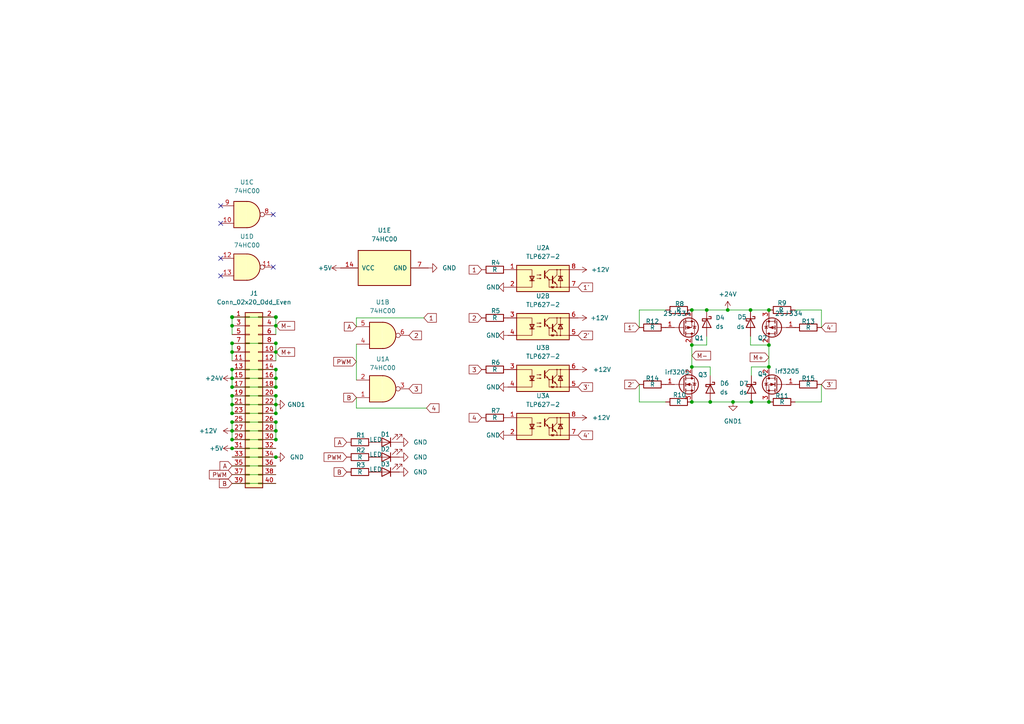
<source format=kicad_sch>
(kicad_sch (version 20211123) (generator eeschema)

  (uuid 731cf160-a74d-4b46-a5a8-97eb5a52723e)

  (paper "A4")

  (lib_symbols
    (symbol "74xx:74HC00" (pin_names (offset 1.016)) (in_bom yes) (on_board yes)
      (property "Reference" "U" (id 0) (at 0 1.27 0)
        (effects (font (size 1.27 1.27)))
      )
      (property "Value" "74HC00" (id 1) (at 0 -1.27 0)
        (effects (font (size 1.27 1.27)))
      )
      (property "Footprint" "" (id 2) (at 0 0 0)
        (effects (font (size 1.27 1.27)) hide)
      )
      (property "Datasheet" "http://www.ti.com/lit/gpn/sn74hc00" (id 3) (at 0 0 0)
        (effects (font (size 1.27 1.27)) hide)
      )
      (property "ki_locked" "" (id 4) (at 0 0 0)
        (effects (font (size 1.27 1.27)))
      )
      (property "ki_keywords" "HCMOS nand 2-input" (id 5) (at 0 0 0)
        (effects (font (size 1.27 1.27)) hide)
      )
      (property "ki_description" "quad 2-input NAND gate" (id 6) (at 0 0 0)
        (effects (font (size 1.27 1.27)) hide)
      )
      (property "ki_fp_filters" "DIP*W7.62mm* SO14*" (id 7) (at 0 0 0)
        (effects (font (size 1.27 1.27)) hide)
      )
      (symbol "74HC00_1_1"
        (arc (start 0 -3.81) (mid 3.81 0) (end 0 3.81)
          (stroke (width 0.254) (type default) (color 0 0 0 0))
          (fill (type background))
        )
        (polyline
          (pts
            (xy 0 3.81)
            (xy -3.81 3.81)
            (xy -3.81 -3.81)
            (xy 0 -3.81)
          )
          (stroke (width 0.254) (type default) (color 0 0 0 0))
          (fill (type background))
        )
        (pin input line (at -7.62 2.54 0) (length 3.81)
          (name "~" (effects (font (size 1.27 1.27))))
          (number "1" (effects (font (size 1.27 1.27))))
        )
        (pin input line (at -7.62 -2.54 0) (length 3.81)
          (name "~" (effects (font (size 1.27 1.27))))
          (number "2" (effects (font (size 1.27 1.27))))
        )
        (pin output inverted (at 7.62 0 180) (length 3.81)
          (name "~" (effects (font (size 1.27 1.27))))
          (number "3" (effects (font (size 1.27 1.27))))
        )
      )
      (symbol "74HC00_1_2"
        (arc (start -3.81 -3.81) (mid -2.589 0) (end -3.81 3.81)
          (stroke (width 0.254) (type default) (color 0 0 0 0))
          (fill (type none))
        )
        (arc (start -0.6096 -3.81) (mid 2.1842 -2.5851) (end 3.81 0)
          (stroke (width 0.254) (type default) (color 0 0 0 0))
          (fill (type background))
        )
        (polyline
          (pts
            (xy -3.81 -3.81)
            (xy -0.635 -3.81)
          )
          (stroke (width 0.254) (type default) (color 0 0 0 0))
          (fill (type background))
        )
        (polyline
          (pts
            (xy -3.81 3.81)
            (xy -0.635 3.81)
          )
          (stroke (width 0.254) (type default) (color 0 0 0 0))
          (fill (type background))
        )
        (polyline
          (pts
            (xy -0.635 3.81)
            (xy -3.81 3.81)
            (xy -3.81 3.81)
            (xy -3.556 3.4036)
            (xy -3.0226 2.2606)
            (xy -2.6924 1.0414)
            (xy -2.6162 -0.254)
            (xy -2.7686 -1.4986)
            (xy -3.175 -2.7178)
            (xy -3.81 -3.81)
            (xy -3.81 -3.81)
            (xy -0.635 -3.81)
          )
          (stroke (width -25.4) (type default) (color 0 0 0 0))
          (fill (type background))
        )
        (arc (start 3.81 0) (mid 2.1915 2.5936) (end -0.6096 3.81)
          (stroke (width 0.254) (type default) (color 0 0 0 0))
          (fill (type background))
        )
        (pin input inverted (at -7.62 2.54 0) (length 4.318)
          (name "~" (effects (font (size 1.27 1.27))))
          (number "1" (effects (font (size 1.27 1.27))))
        )
        (pin input inverted (at -7.62 -2.54 0) (length 4.318)
          (name "~" (effects (font (size 1.27 1.27))))
          (number "2" (effects (font (size 1.27 1.27))))
        )
        (pin output line (at 7.62 0 180) (length 3.81)
          (name "~" (effects (font (size 1.27 1.27))))
          (number "3" (effects (font (size 1.27 1.27))))
        )
      )
      (symbol "74HC00_2_1"
        (arc (start 0 -3.81) (mid 3.81 0) (end 0 3.81)
          (stroke (width 0.254) (type default) (color 0 0 0 0))
          (fill (type background))
        )
        (polyline
          (pts
            (xy 0 3.81)
            (xy -3.81 3.81)
            (xy -3.81 -3.81)
            (xy 0 -3.81)
          )
          (stroke (width 0.254) (type default) (color 0 0 0 0))
          (fill (type background))
        )
        (pin input line (at -7.62 2.54 0) (length 3.81)
          (name "~" (effects (font (size 1.27 1.27))))
          (number "4" (effects (font (size 1.27 1.27))))
        )
        (pin input line (at -7.62 -2.54 0) (length 3.81)
          (name "~" (effects (font (size 1.27 1.27))))
          (number "5" (effects (font (size 1.27 1.27))))
        )
        (pin output inverted (at 7.62 0 180) (length 3.81)
          (name "~" (effects (font (size 1.27 1.27))))
          (number "6" (effects (font (size 1.27 1.27))))
        )
      )
      (symbol "74HC00_2_2"
        (arc (start -3.81 -3.81) (mid -2.589 0) (end -3.81 3.81)
          (stroke (width 0.254) (type default) (color 0 0 0 0))
          (fill (type none))
        )
        (arc (start -0.6096 -3.81) (mid 2.1842 -2.5851) (end 3.81 0)
          (stroke (width 0.254) (type default) (color 0 0 0 0))
          (fill (type background))
        )
        (polyline
          (pts
            (xy -3.81 -3.81)
            (xy -0.635 -3.81)
          )
          (stroke (width 0.254) (type default) (color 0 0 0 0))
          (fill (type background))
        )
        (polyline
          (pts
            (xy -3.81 3.81)
            (xy -0.635 3.81)
          )
          (stroke (width 0.254) (type default) (color 0 0 0 0))
          (fill (type background))
        )
        (polyline
          (pts
            (xy -0.635 3.81)
            (xy -3.81 3.81)
            (xy -3.81 3.81)
            (xy -3.556 3.4036)
            (xy -3.0226 2.2606)
            (xy -2.6924 1.0414)
            (xy -2.6162 -0.254)
            (xy -2.7686 -1.4986)
            (xy -3.175 -2.7178)
            (xy -3.81 -3.81)
            (xy -3.81 -3.81)
            (xy -0.635 -3.81)
          )
          (stroke (width -25.4) (type default) (color 0 0 0 0))
          (fill (type background))
        )
        (arc (start 3.81 0) (mid 2.1915 2.5936) (end -0.6096 3.81)
          (stroke (width 0.254) (type default) (color 0 0 0 0))
          (fill (type background))
        )
        (pin input inverted (at -7.62 2.54 0) (length 4.318)
          (name "~" (effects (font (size 1.27 1.27))))
          (number "4" (effects (font (size 1.27 1.27))))
        )
        (pin input inverted (at -7.62 -2.54 0) (length 4.318)
          (name "~" (effects (font (size 1.27 1.27))))
          (number "5" (effects (font (size 1.27 1.27))))
        )
        (pin output line (at 7.62 0 180) (length 3.81)
          (name "~" (effects (font (size 1.27 1.27))))
          (number "6" (effects (font (size 1.27 1.27))))
        )
      )
      (symbol "74HC00_3_1"
        (arc (start 0 -3.81) (mid 3.81 0) (end 0 3.81)
          (stroke (width 0.254) (type default) (color 0 0 0 0))
          (fill (type background))
        )
        (polyline
          (pts
            (xy 0 3.81)
            (xy -3.81 3.81)
            (xy -3.81 -3.81)
            (xy 0 -3.81)
          )
          (stroke (width 0.254) (type default) (color 0 0 0 0))
          (fill (type background))
        )
        (pin input line (at -7.62 -2.54 0) (length 3.81)
          (name "~" (effects (font (size 1.27 1.27))))
          (number "10" (effects (font (size 1.27 1.27))))
        )
        (pin output inverted (at 7.62 0 180) (length 3.81)
          (name "~" (effects (font (size 1.27 1.27))))
          (number "8" (effects (font (size 1.27 1.27))))
        )
        (pin input line (at -7.62 2.54 0) (length 3.81)
          (name "~" (effects (font (size 1.27 1.27))))
          (number "9" (effects (font (size 1.27 1.27))))
        )
      )
      (symbol "74HC00_3_2"
        (arc (start -3.81 -3.81) (mid -2.589 0) (end -3.81 3.81)
          (stroke (width 0.254) (type default) (color 0 0 0 0))
          (fill (type none))
        )
        (arc (start -0.6096 -3.81) (mid 2.1842 -2.5851) (end 3.81 0)
          (stroke (width 0.254) (type default) (color 0 0 0 0))
          (fill (type background))
        )
        (polyline
          (pts
            (xy -3.81 -3.81)
            (xy -0.635 -3.81)
          )
          (stroke (width 0.254) (type default) (color 0 0 0 0))
          (fill (type background))
        )
        (polyline
          (pts
            (xy -3.81 3.81)
            (xy -0.635 3.81)
          )
          (stroke (width 0.254) (type default) (color 0 0 0 0))
          (fill (type background))
        )
        (polyline
          (pts
            (xy -0.635 3.81)
            (xy -3.81 3.81)
            (xy -3.81 3.81)
            (xy -3.556 3.4036)
            (xy -3.0226 2.2606)
            (xy -2.6924 1.0414)
            (xy -2.6162 -0.254)
            (xy -2.7686 -1.4986)
            (xy -3.175 -2.7178)
            (xy -3.81 -3.81)
            (xy -3.81 -3.81)
            (xy -0.635 -3.81)
          )
          (stroke (width -25.4) (type default) (color 0 0 0 0))
          (fill (type background))
        )
        (arc (start 3.81 0) (mid 2.1915 2.5936) (end -0.6096 3.81)
          (stroke (width 0.254) (type default) (color 0 0 0 0))
          (fill (type background))
        )
        (pin input inverted (at -7.62 -2.54 0) (length 4.318)
          (name "~" (effects (font (size 1.27 1.27))))
          (number "10" (effects (font (size 1.27 1.27))))
        )
        (pin output line (at 7.62 0 180) (length 3.81)
          (name "~" (effects (font (size 1.27 1.27))))
          (number "8" (effects (font (size 1.27 1.27))))
        )
        (pin input inverted (at -7.62 2.54 0) (length 4.318)
          (name "~" (effects (font (size 1.27 1.27))))
          (number "9" (effects (font (size 1.27 1.27))))
        )
      )
      (symbol "74HC00_4_1"
        (arc (start 0 -3.81) (mid 3.81 0) (end 0 3.81)
          (stroke (width 0.254) (type default) (color 0 0 0 0))
          (fill (type background))
        )
        (polyline
          (pts
            (xy 0 3.81)
            (xy -3.81 3.81)
            (xy -3.81 -3.81)
            (xy 0 -3.81)
          )
          (stroke (width 0.254) (type default) (color 0 0 0 0))
          (fill (type background))
        )
        (pin output inverted (at 7.62 0 180) (length 3.81)
          (name "~" (effects (font (size 1.27 1.27))))
          (number "11" (effects (font (size 1.27 1.27))))
        )
        (pin input line (at -7.62 2.54 0) (length 3.81)
          (name "~" (effects (font (size 1.27 1.27))))
          (number "12" (effects (font (size 1.27 1.27))))
        )
        (pin input line (at -7.62 -2.54 0) (length 3.81)
          (name "~" (effects (font (size 1.27 1.27))))
          (number "13" (effects (font (size 1.27 1.27))))
        )
      )
      (symbol "74HC00_4_2"
        (arc (start -3.81 -3.81) (mid -2.589 0) (end -3.81 3.81)
          (stroke (width 0.254) (type default) (color 0 0 0 0))
          (fill (type none))
        )
        (arc (start -0.6096 -3.81) (mid 2.1842 -2.5851) (end 3.81 0)
          (stroke (width 0.254) (type default) (color 0 0 0 0))
          (fill (type background))
        )
        (polyline
          (pts
            (xy -3.81 -3.81)
            (xy -0.635 -3.81)
          )
          (stroke (width 0.254) (type default) (color 0 0 0 0))
          (fill (type background))
        )
        (polyline
          (pts
            (xy -3.81 3.81)
            (xy -0.635 3.81)
          )
          (stroke (width 0.254) (type default) (color 0 0 0 0))
          (fill (type background))
        )
        (polyline
          (pts
            (xy -0.635 3.81)
            (xy -3.81 3.81)
            (xy -3.81 3.81)
            (xy -3.556 3.4036)
            (xy -3.0226 2.2606)
            (xy -2.6924 1.0414)
            (xy -2.6162 -0.254)
            (xy -2.7686 -1.4986)
            (xy -3.175 -2.7178)
            (xy -3.81 -3.81)
            (xy -3.81 -3.81)
            (xy -0.635 -3.81)
          )
          (stroke (width -25.4) (type default) (color 0 0 0 0))
          (fill (type background))
        )
        (arc (start 3.81 0) (mid 2.1915 2.5936) (end -0.6096 3.81)
          (stroke (width 0.254) (type default) (color 0 0 0 0))
          (fill (type background))
        )
        (pin output line (at 7.62 0 180) (length 3.81)
          (name "~" (effects (font (size 1.27 1.27))))
          (number "11" (effects (font (size 1.27 1.27))))
        )
        (pin input inverted (at -7.62 2.54 0) (length 4.318)
          (name "~" (effects (font (size 1.27 1.27))))
          (number "12" (effects (font (size 1.27 1.27))))
        )
        (pin input inverted (at -7.62 -2.54 0) (length 4.318)
          (name "~" (effects (font (size 1.27 1.27))))
          (number "13" (effects (font (size 1.27 1.27))))
        )
      )
      (symbol "74HC00_5_0"
        (pin power_in line (at 0 12.7 270) (length 5.08)
          (name "VCC" (effects (font (size 1.27 1.27))))
          (number "14" (effects (font (size 1.27 1.27))))
        )
        (pin power_in line (at 0 -12.7 90) (length 5.08)
          (name "GND" (effects (font (size 1.27 1.27))))
          (number "7" (effects (font (size 1.27 1.27))))
        )
      )
      (symbol "74HC00_5_1"
        (rectangle (start -5.08 7.62) (end 5.08 -7.62)
          (stroke (width 0.254) (type default) (color 0 0 0 0))
          (fill (type background))
        )
      )
    )
    (symbol "Connector_Generic:Conn_02x20_Odd_Even" (pin_names (offset 1.016) hide) (in_bom yes) (on_board yes)
      (property "Reference" "J" (id 0) (at 1.27 25.4 0)
        (effects (font (size 1.27 1.27)))
      )
      (property "Value" "Conn_02x20_Odd_Even" (id 1) (at 1.27 -27.94 0)
        (effects (font (size 1.27 1.27)))
      )
      (property "Footprint" "" (id 2) (at 0 0 0)
        (effects (font (size 1.27 1.27)) hide)
      )
      (property "Datasheet" "~" (id 3) (at 0 0 0)
        (effects (font (size 1.27 1.27)) hide)
      )
      (property "ki_keywords" "connector" (id 4) (at 0 0 0)
        (effects (font (size 1.27 1.27)) hide)
      )
      (property "ki_description" "Generic connector, double row, 02x20, odd/even pin numbering scheme (row 1 odd numbers, row 2 even numbers), script generated (kicad-library-utils/schlib/autogen/connector/)" (id 5) (at 0 0 0)
        (effects (font (size 1.27 1.27)) hide)
      )
      (property "ki_fp_filters" "Connector*:*_2x??_*" (id 6) (at 0 0 0)
        (effects (font (size 1.27 1.27)) hide)
      )
      (symbol "Conn_02x20_Odd_Even_1_1"
        (rectangle (start -1.27 -25.273) (end 0 -25.527)
          (stroke (width 0.1524) (type default) (color 0 0 0 0))
          (fill (type none))
        )
        (rectangle (start -1.27 -22.733) (end 0 -22.987)
          (stroke (width 0.1524) (type default) (color 0 0 0 0))
          (fill (type none))
        )
        (rectangle (start -1.27 -20.193) (end 0 -20.447)
          (stroke (width 0.1524) (type default) (color 0 0 0 0))
          (fill (type none))
        )
        (rectangle (start -1.27 -17.653) (end 0 -17.907)
          (stroke (width 0.1524) (type default) (color 0 0 0 0))
          (fill (type none))
        )
        (rectangle (start -1.27 -15.113) (end 0 -15.367)
          (stroke (width 0.1524) (type default) (color 0 0 0 0))
          (fill (type none))
        )
        (rectangle (start -1.27 -12.573) (end 0 -12.827)
          (stroke (width 0.1524) (type default) (color 0 0 0 0))
          (fill (type none))
        )
        (rectangle (start -1.27 -10.033) (end 0 -10.287)
          (stroke (width 0.1524) (type default) (color 0 0 0 0))
          (fill (type none))
        )
        (rectangle (start -1.27 -7.493) (end 0 -7.747)
          (stroke (width 0.1524) (type default) (color 0 0 0 0))
          (fill (type none))
        )
        (rectangle (start -1.27 -4.953) (end 0 -5.207)
          (stroke (width 0.1524) (type default) (color 0 0 0 0))
          (fill (type none))
        )
        (rectangle (start -1.27 -2.413) (end 0 -2.667)
          (stroke (width 0.1524) (type default) (color 0 0 0 0))
          (fill (type none))
        )
        (rectangle (start -1.27 0.127) (end 0 -0.127)
          (stroke (width 0.1524) (type default) (color 0 0 0 0))
          (fill (type none))
        )
        (rectangle (start -1.27 2.667) (end 0 2.413)
          (stroke (width 0.1524) (type default) (color 0 0 0 0))
          (fill (type none))
        )
        (rectangle (start -1.27 5.207) (end 0 4.953)
          (stroke (width 0.1524) (type default) (color 0 0 0 0))
          (fill (type none))
        )
        (rectangle (start -1.27 7.747) (end 0 7.493)
          (stroke (width 0.1524) (type default) (color 0 0 0 0))
          (fill (type none))
        )
        (rectangle (start -1.27 10.287) (end 0 10.033)
          (stroke (width 0.1524) (type default) (color 0 0 0 0))
          (fill (type none))
        )
        (rectangle (start -1.27 12.827) (end 0 12.573)
          (stroke (width 0.1524) (type default) (color 0 0 0 0))
          (fill (type none))
        )
        (rectangle (start -1.27 15.367) (end 0 15.113)
          (stroke (width 0.1524) (type default) (color 0 0 0 0))
          (fill (type none))
        )
        (rectangle (start -1.27 17.907) (end 0 17.653)
          (stroke (width 0.1524) (type default) (color 0 0 0 0))
          (fill (type none))
        )
        (rectangle (start -1.27 20.447) (end 0 20.193)
          (stroke (width 0.1524) (type default) (color 0 0 0 0))
          (fill (type none))
        )
        (rectangle (start -1.27 22.987) (end 0 22.733)
          (stroke (width 0.1524) (type default) (color 0 0 0 0))
          (fill (type none))
        )
        (rectangle (start -1.27 24.13) (end 3.81 -26.67)
          (stroke (width 0.254) (type default) (color 0 0 0 0))
          (fill (type background))
        )
        (rectangle (start 3.81 -25.273) (end 2.54 -25.527)
          (stroke (width 0.1524) (type default) (color 0 0 0 0))
          (fill (type none))
        )
        (rectangle (start 3.81 -22.733) (end 2.54 -22.987)
          (stroke (width 0.1524) (type default) (color 0 0 0 0))
          (fill (type none))
        )
        (rectangle (start 3.81 -20.193) (end 2.54 -20.447)
          (stroke (width 0.1524) (type default) (color 0 0 0 0))
          (fill (type none))
        )
        (rectangle (start 3.81 -17.653) (end 2.54 -17.907)
          (stroke (width 0.1524) (type default) (color 0 0 0 0))
          (fill (type none))
        )
        (rectangle (start 3.81 -15.113) (end 2.54 -15.367)
          (stroke (width 0.1524) (type default) (color 0 0 0 0))
          (fill (type none))
        )
        (rectangle (start 3.81 -12.573) (end 2.54 -12.827)
          (stroke (width 0.1524) (type default) (color 0 0 0 0))
          (fill (type none))
        )
        (rectangle (start 3.81 -10.033) (end 2.54 -10.287)
          (stroke (width 0.1524) (type default) (color 0 0 0 0))
          (fill (type none))
        )
        (rectangle (start 3.81 -7.493) (end 2.54 -7.747)
          (stroke (width 0.1524) (type default) (color 0 0 0 0))
          (fill (type none))
        )
        (rectangle (start 3.81 -4.953) (end 2.54 -5.207)
          (stroke (width 0.1524) (type default) (color 0 0 0 0))
          (fill (type none))
        )
        (rectangle (start 3.81 -2.413) (end 2.54 -2.667)
          (stroke (width 0.1524) (type default) (color 0 0 0 0))
          (fill (type none))
        )
        (rectangle (start 3.81 0.127) (end 2.54 -0.127)
          (stroke (width 0.1524) (type default) (color 0 0 0 0))
          (fill (type none))
        )
        (rectangle (start 3.81 2.667) (end 2.54 2.413)
          (stroke (width 0.1524) (type default) (color 0 0 0 0))
          (fill (type none))
        )
        (rectangle (start 3.81 5.207) (end 2.54 4.953)
          (stroke (width 0.1524) (type default) (color 0 0 0 0))
          (fill (type none))
        )
        (rectangle (start 3.81 7.747) (end 2.54 7.493)
          (stroke (width 0.1524) (type default) (color 0 0 0 0))
          (fill (type none))
        )
        (rectangle (start 3.81 10.287) (end 2.54 10.033)
          (stroke (width 0.1524) (type default) (color 0 0 0 0))
          (fill (type none))
        )
        (rectangle (start 3.81 12.827) (end 2.54 12.573)
          (stroke (width 0.1524) (type default) (color 0 0 0 0))
          (fill (type none))
        )
        (rectangle (start 3.81 15.367) (end 2.54 15.113)
          (stroke (width 0.1524) (type default) (color 0 0 0 0))
          (fill (type none))
        )
        (rectangle (start 3.81 17.907) (end 2.54 17.653)
          (stroke (width 0.1524) (type default) (color 0 0 0 0))
          (fill (type none))
        )
        (rectangle (start 3.81 20.447) (end 2.54 20.193)
          (stroke (width 0.1524) (type default) (color 0 0 0 0))
          (fill (type none))
        )
        (rectangle (start 3.81 22.987) (end 2.54 22.733)
          (stroke (width 0.1524) (type default) (color 0 0 0 0))
          (fill (type none))
        )
        (pin passive line (at -5.08 22.86 0) (length 3.81)
          (name "Pin_1" (effects (font (size 1.27 1.27))))
          (number "1" (effects (font (size 1.27 1.27))))
        )
        (pin passive line (at 7.62 12.7 180) (length 3.81)
          (name "Pin_10" (effects (font (size 1.27 1.27))))
          (number "10" (effects (font (size 1.27 1.27))))
        )
        (pin passive line (at -5.08 10.16 0) (length 3.81)
          (name "Pin_11" (effects (font (size 1.27 1.27))))
          (number "11" (effects (font (size 1.27 1.27))))
        )
        (pin passive line (at 7.62 10.16 180) (length 3.81)
          (name "Pin_12" (effects (font (size 1.27 1.27))))
          (number "12" (effects (font (size 1.27 1.27))))
        )
        (pin passive line (at -5.08 7.62 0) (length 3.81)
          (name "Pin_13" (effects (font (size 1.27 1.27))))
          (number "13" (effects (font (size 1.27 1.27))))
        )
        (pin passive line (at 7.62 7.62 180) (length 3.81)
          (name "Pin_14" (effects (font (size 1.27 1.27))))
          (number "14" (effects (font (size 1.27 1.27))))
        )
        (pin passive line (at -5.08 5.08 0) (length 3.81)
          (name "Pin_15" (effects (font (size 1.27 1.27))))
          (number "15" (effects (font (size 1.27 1.27))))
        )
        (pin passive line (at 7.62 5.08 180) (length 3.81)
          (name "Pin_16" (effects (font (size 1.27 1.27))))
          (number "16" (effects (font (size 1.27 1.27))))
        )
        (pin passive line (at -5.08 2.54 0) (length 3.81)
          (name "Pin_17" (effects (font (size 1.27 1.27))))
          (number "17" (effects (font (size 1.27 1.27))))
        )
        (pin passive line (at 7.62 2.54 180) (length 3.81)
          (name "Pin_18" (effects (font (size 1.27 1.27))))
          (number "18" (effects (font (size 1.27 1.27))))
        )
        (pin passive line (at -5.08 0 0) (length 3.81)
          (name "Pin_19" (effects (font (size 1.27 1.27))))
          (number "19" (effects (font (size 1.27 1.27))))
        )
        (pin passive line (at 7.62 22.86 180) (length 3.81)
          (name "Pin_2" (effects (font (size 1.27 1.27))))
          (number "2" (effects (font (size 1.27 1.27))))
        )
        (pin passive line (at 7.62 0 180) (length 3.81)
          (name "Pin_20" (effects (font (size 1.27 1.27))))
          (number "20" (effects (font (size 1.27 1.27))))
        )
        (pin passive line (at -5.08 -2.54 0) (length 3.81)
          (name "Pin_21" (effects (font (size 1.27 1.27))))
          (number "21" (effects (font (size 1.27 1.27))))
        )
        (pin passive line (at 7.62 -2.54 180) (length 3.81)
          (name "Pin_22" (effects (font (size 1.27 1.27))))
          (number "22" (effects (font (size 1.27 1.27))))
        )
        (pin passive line (at -5.08 -5.08 0) (length 3.81)
          (name "Pin_23" (effects (font (size 1.27 1.27))))
          (number "23" (effects (font (size 1.27 1.27))))
        )
        (pin passive line (at 7.62 -5.08 180) (length 3.81)
          (name "Pin_24" (effects (font (size 1.27 1.27))))
          (number "24" (effects (font (size 1.27 1.27))))
        )
        (pin passive line (at -5.08 -7.62 0) (length 3.81)
          (name "Pin_25" (effects (font (size 1.27 1.27))))
          (number "25" (effects (font (size 1.27 1.27))))
        )
        (pin passive line (at 7.62 -7.62 180) (length 3.81)
          (name "Pin_26" (effects (font (size 1.27 1.27))))
          (number "26" (effects (font (size 1.27 1.27))))
        )
        (pin passive line (at -5.08 -10.16 0) (length 3.81)
          (name "Pin_27" (effects (font (size 1.27 1.27))))
          (number "27" (effects (font (size 1.27 1.27))))
        )
        (pin passive line (at 7.62 -10.16 180) (length 3.81)
          (name "Pin_28" (effects (font (size 1.27 1.27))))
          (number "28" (effects (font (size 1.27 1.27))))
        )
        (pin passive line (at -5.08 -12.7 0) (length 3.81)
          (name "Pin_29" (effects (font (size 1.27 1.27))))
          (number "29" (effects (font (size 1.27 1.27))))
        )
        (pin passive line (at -5.08 20.32 0) (length 3.81)
          (name "Pin_3" (effects (font (size 1.27 1.27))))
          (number "3" (effects (font (size 1.27 1.27))))
        )
        (pin passive line (at 7.62 -12.7 180) (length 3.81)
          (name "Pin_30" (effects (font (size 1.27 1.27))))
          (number "30" (effects (font (size 1.27 1.27))))
        )
        (pin passive line (at -5.08 -15.24 0) (length 3.81)
          (name "Pin_31" (effects (font (size 1.27 1.27))))
          (number "31" (effects (font (size 1.27 1.27))))
        )
        (pin passive line (at 7.62 -15.24 180) (length 3.81)
          (name "Pin_32" (effects (font (size 1.27 1.27))))
          (number "32" (effects (font (size 1.27 1.27))))
        )
        (pin passive line (at -5.08 -17.78 0) (length 3.81)
          (name "Pin_33" (effects (font (size 1.27 1.27))))
          (number "33" (effects (font (size 1.27 1.27))))
        )
        (pin passive line (at 7.62 -17.78 180) (length 3.81)
          (name "Pin_34" (effects (font (size 1.27 1.27))))
          (number "34" (effects (font (size 1.27 1.27))))
        )
        (pin passive line (at -5.08 -20.32 0) (length 3.81)
          (name "Pin_35" (effects (font (size 1.27 1.27))))
          (number "35" (effects (font (size 1.27 1.27))))
        )
        (pin passive line (at 7.62 -20.32 180) (length 3.81)
          (name "Pin_36" (effects (font (size 1.27 1.27))))
          (number "36" (effects (font (size 1.27 1.27))))
        )
        (pin passive line (at -5.08 -22.86 0) (length 3.81)
          (name "Pin_37" (effects (font (size 1.27 1.27))))
          (number "37" (effects (font (size 1.27 1.27))))
        )
        (pin passive line (at 7.62 -22.86 180) (length 3.81)
          (name "Pin_38" (effects (font (size 1.27 1.27))))
          (number "38" (effects (font (size 1.27 1.27))))
        )
        (pin passive line (at -5.08 -25.4 0) (length 3.81)
          (name "Pin_39" (effects (font (size 1.27 1.27))))
          (number "39" (effects (font (size 1.27 1.27))))
        )
        (pin passive line (at 7.62 20.32 180) (length 3.81)
          (name "Pin_4" (effects (font (size 1.27 1.27))))
          (number "4" (effects (font (size 1.27 1.27))))
        )
        (pin passive line (at 7.62 -25.4 180) (length 3.81)
          (name "Pin_40" (effects (font (size 1.27 1.27))))
          (number "40" (effects (font (size 1.27 1.27))))
        )
        (pin passive line (at -5.08 17.78 0) (length 3.81)
          (name "Pin_5" (effects (font (size 1.27 1.27))))
          (number "5" (effects (font (size 1.27 1.27))))
        )
        (pin passive line (at 7.62 17.78 180) (length 3.81)
          (name "Pin_6" (effects (font (size 1.27 1.27))))
          (number "6" (effects (font (size 1.27 1.27))))
        )
        (pin passive line (at -5.08 15.24 0) (length 3.81)
          (name "Pin_7" (effects (font (size 1.27 1.27))))
          (number "7" (effects (font (size 1.27 1.27))))
        )
        (pin passive line (at 7.62 15.24 180) (length 3.81)
          (name "Pin_8" (effects (font (size 1.27 1.27))))
          (number "8" (effects (font (size 1.27 1.27))))
        )
        (pin passive line (at -5.08 12.7 0) (length 3.81)
          (name "Pin_9" (effects (font (size 1.27 1.27))))
          (number "9" (effects (font (size 1.27 1.27))))
        )
      )
    )
    (symbol "Device:D_Schottky" (pin_numbers hide) (pin_names (offset 1.016) hide) (in_bom yes) (on_board yes)
      (property "Reference" "D" (id 0) (at 0 2.54 0)
        (effects (font (size 1.27 1.27)))
      )
      (property "Value" "D_Schottky" (id 1) (at 0 -2.54 0)
        (effects (font (size 1.27 1.27)))
      )
      (property "Footprint" "" (id 2) (at 0 0 0)
        (effects (font (size 1.27 1.27)) hide)
      )
      (property "Datasheet" "~" (id 3) (at 0 0 0)
        (effects (font (size 1.27 1.27)) hide)
      )
      (property "ki_keywords" "diode Schottky" (id 4) (at 0 0 0)
        (effects (font (size 1.27 1.27)) hide)
      )
      (property "ki_description" "Schottky diode" (id 5) (at 0 0 0)
        (effects (font (size 1.27 1.27)) hide)
      )
      (property "ki_fp_filters" "TO-???* *_Diode_* *SingleDiode* D_*" (id 6) (at 0 0 0)
        (effects (font (size 1.27 1.27)) hide)
      )
      (symbol "D_Schottky_0_1"
        (polyline
          (pts
            (xy 1.27 0)
            (xy -1.27 0)
          )
          (stroke (width 0) (type default) (color 0 0 0 0))
          (fill (type none))
        )
        (polyline
          (pts
            (xy 1.27 1.27)
            (xy 1.27 -1.27)
            (xy -1.27 0)
            (xy 1.27 1.27)
          )
          (stroke (width 0.254) (type default) (color 0 0 0 0))
          (fill (type none))
        )
        (polyline
          (pts
            (xy -1.905 0.635)
            (xy -1.905 1.27)
            (xy -1.27 1.27)
            (xy -1.27 -1.27)
            (xy -0.635 -1.27)
            (xy -0.635 -0.635)
          )
          (stroke (width 0.254) (type default) (color 0 0 0 0))
          (fill (type none))
        )
      )
      (symbol "D_Schottky_1_1"
        (pin passive line (at -3.81 0 0) (length 2.54)
          (name "K" (effects (font (size 1.27 1.27))))
          (number "1" (effects (font (size 1.27 1.27))))
        )
        (pin passive line (at 3.81 0 180) (length 2.54)
          (name "A" (effects (font (size 1.27 1.27))))
          (number "2" (effects (font (size 1.27 1.27))))
        )
      )
    )
    (symbol "Device:LED" (pin_numbers hide) (pin_names (offset 1.016) hide) (in_bom yes) (on_board yes)
      (property "Reference" "D" (id 0) (at 0 2.54 0)
        (effects (font (size 1.27 1.27)))
      )
      (property "Value" "LED" (id 1) (at 0 -2.54 0)
        (effects (font (size 1.27 1.27)))
      )
      (property "Footprint" "" (id 2) (at 0 0 0)
        (effects (font (size 1.27 1.27)) hide)
      )
      (property "Datasheet" "~" (id 3) (at 0 0 0)
        (effects (font (size 1.27 1.27)) hide)
      )
      (property "ki_keywords" "LED diode" (id 4) (at 0 0 0)
        (effects (font (size 1.27 1.27)) hide)
      )
      (property "ki_description" "Light emitting diode" (id 5) (at 0 0 0)
        (effects (font (size 1.27 1.27)) hide)
      )
      (property "ki_fp_filters" "LED* LED_SMD:* LED_THT:*" (id 6) (at 0 0 0)
        (effects (font (size 1.27 1.27)) hide)
      )
      (symbol "LED_0_1"
        (polyline
          (pts
            (xy -1.27 -1.27)
            (xy -1.27 1.27)
          )
          (stroke (width 0.254) (type default) (color 0 0 0 0))
          (fill (type none))
        )
        (polyline
          (pts
            (xy -1.27 0)
            (xy 1.27 0)
          )
          (stroke (width 0) (type default) (color 0 0 0 0))
          (fill (type none))
        )
        (polyline
          (pts
            (xy 1.27 -1.27)
            (xy 1.27 1.27)
            (xy -1.27 0)
            (xy 1.27 -1.27)
          )
          (stroke (width 0.254) (type default) (color 0 0 0 0))
          (fill (type none))
        )
        (polyline
          (pts
            (xy -3.048 -0.762)
            (xy -4.572 -2.286)
            (xy -3.81 -2.286)
            (xy -4.572 -2.286)
            (xy -4.572 -1.524)
          )
          (stroke (width 0) (type default) (color 0 0 0 0))
          (fill (type none))
        )
        (polyline
          (pts
            (xy -1.778 -0.762)
            (xy -3.302 -2.286)
            (xy -2.54 -2.286)
            (xy -3.302 -2.286)
            (xy -3.302 -1.524)
          )
          (stroke (width 0) (type default) (color 0 0 0 0))
          (fill (type none))
        )
      )
      (symbol "LED_1_1"
        (pin passive line (at -3.81 0 0) (length 2.54)
          (name "K" (effects (font (size 1.27 1.27))))
          (number "1" (effects (font (size 1.27 1.27))))
        )
        (pin passive line (at 3.81 0 180) (length 2.54)
          (name "A" (effects (font (size 1.27 1.27))))
          (number "2" (effects (font (size 1.27 1.27))))
        )
      )
    )
    (symbol "Device:Q_NMOS_GDS" (pin_names (offset 0) hide) (in_bom yes) (on_board yes)
      (property "Reference" "Q" (id 0) (at 5.08 1.27 0)
        (effects (font (size 1.27 1.27)) (justify left))
      )
      (property "Value" "Q_NMOS_GDS" (id 1) (at 5.08 -1.27 0)
        (effects (font (size 1.27 1.27)) (justify left))
      )
      (property "Footprint" "" (id 2) (at 5.08 2.54 0)
        (effects (font (size 1.27 1.27)) hide)
      )
      (property "Datasheet" "~" (id 3) (at 0 0 0)
        (effects (font (size 1.27 1.27)) hide)
      )
      (property "ki_keywords" "transistor NMOS N-MOS N-MOSFET" (id 4) (at 0 0 0)
        (effects (font (size 1.27 1.27)) hide)
      )
      (property "ki_description" "N-MOSFET transistor, gate/drain/source" (id 5) (at 0 0 0)
        (effects (font (size 1.27 1.27)) hide)
      )
      (symbol "Q_NMOS_GDS_0_1"
        (polyline
          (pts
            (xy 0.254 0)
            (xy -2.54 0)
          )
          (stroke (width 0) (type default) (color 0 0 0 0))
          (fill (type none))
        )
        (polyline
          (pts
            (xy 0.254 1.905)
            (xy 0.254 -1.905)
          )
          (stroke (width 0.254) (type default) (color 0 0 0 0))
          (fill (type none))
        )
        (polyline
          (pts
            (xy 0.762 -1.27)
            (xy 0.762 -2.286)
          )
          (stroke (width 0.254) (type default) (color 0 0 0 0))
          (fill (type none))
        )
        (polyline
          (pts
            (xy 0.762 0.508)
            (xy 0.762 -0.508)
          )
          (stroke (width 0.254) (type default) (color 0 0 0 0))
          (fill (type none))
        )
        (polyline
          (pts
            (xy 0.762 2.286)
            (xy 0.762 1.27)
          )
          (stroke (width 0.254) (type default) (color 0 0 0 0))
          (fill (type none))
        )
        (polyline
          (pts
            (xy 2.54 2.54)
            (xy 2.54 1.778)
          )
          (stroke (width 0) (type default) (color 0 0 0 0))
          (fill (type none))
        )
        (polyline
          (pts
            (xy 2.54 -2.54)
            (xy 2.54 0)
            (xy 0.762 0)
          )
          (stroke (width 0) (type default) (color 0 0 0 0))
          (fill (type none))
        )
        (polyline
          (pts
            (xy 0.762 -1.778)
            (xy 3.302 -1.778)
            (xy 3.302 1.778)
            (xy 0.762 1.778)
          )
          (stroke (width 0) (type default) (color 0 0 0 0))
          (fill (type none))
        )
        (polyline
          (pts
            (xy 1.016 0)
            (xy 2.032 0.381)
            (xy 2.032 -0.381)
            (xy 1.016 0)
          )
          (stroke (width 0) (type default) (color 0 0 0 0))
          (fill (type outline))
        )
        (polyline
          (pts
            (xy 2.794 0.508)
            (xy 2.921 0.381)
            (xy 3.683 0.381)
            (xy 3.81 0.254)
          )
          (stroke (width 0) (type default) (color 0 0 0 0))
          (fill (type none))
        )
        (polyline
          (pts
            (xy 3.302 0.381)
            (xy 2.921 -0.254)
            (xy 3.683 -0.254)
            (xy 3.302 0.381)
          )
          (stroke (width 0) (type default) (color 0 0 0 0))
          (fill (type none))
        )
        (circle (center 1.651 0) (radius 2.794)
          (stroke (width 0.254) (type default) (color 0 0 0 0))
          (fill (type none))
        )
        (circle (center 2.54 -1.778) (radius 0.254)
          (stroke (width 0) (type default) (color 0 0 0 0))
          (fill (type outline))
        )
        (circle (center 2.54 1.778) (radius 0.254)
          (stroke (width 0) (type default) (color 0 0 0 0))
          (fill (type outline))
        )
      )
      (symbol "Q_NMOS_GDS_1_1"
        (pin input line (at -5.08 0 0) (length 2.54)
          (name "G" (effects (font (size 1.27 1.27))))
          (number "1" (effects (font (size 1.27 1.27))))
        )
        (pin passive line (at 2.54 5.08 270) (length 2.54)
          (name "D" (effects (font (size 1.27 1.27))))
          (number "2" (effects (font (size 1.27 1.27))))
        )
        (pin passive line (at 2.54 -5.08 90) (length 2.54)
          (name "S" (effects (font (size 1.27 1.27))))
          (number "3" (effects (font (size 1.27 1.27))))
        )
      )
    )
    (symbol "Device:Q_PMOS_GDS" (pin_names (offset 0) hide) (in_bom yes) (on_board yes)
      (property "Reference" "Q" (id 0) (at 5.08 1.27 0)
        (effects (font (size 1.27 1.27)) (justify left))
      )
      (property "Value" "Q_PMOS_GDS" (id 1) (at 5.08 -1.27 0)
        (effects (font (size 1.27 1.27)) (justify left))
      )
      (property "Footprint" "" (id 2) (at 5.08 2.54 0)
        (effects (font (size 1.27 1.27)) hide)
      )
      (property "Datasheet" "~" (id 3) (at 0 0 0)
        (effects (font (size 1.27 1.27)) hide)
      )
      (property "ki_keywords" "transistor PMOS P-MOS P-MOSFET" (id 4) (at 0 0 0)
        (effects (font (size 1.27 1.27)) hide)
      )
      (property "ki_description" "P-MOSFET transistor, gate/drain/source" (id 5) (at 0 0 0)
        (effects (font (size 1.27 1.27)) hide)
      )
      (symbol "Q_PMOS_GDS_0_1"
        (polyline
          (pts
            (xy 0.254 0)
            (xy -2.54 0)
          )
          (stroke (width 0) (type default) (color 0 0 0 0))
          (fill (type none))
        )
        (polyline
          (pts
            (xy 0.254 1.905)
            (xy 0.254 -1.905)
          )
          (stroke (width 0.254) (type default) (color 0 0 0 0))
          (fill (type none))
        )
        (polyline
          (pts
            (xy 0.762 -1.27)
            (xy 0.762 -2.286)
          )
          (stroke (width 0.254) (type default) (color 0 0 0 0))
          (fill (type none))
        )
        (polyline
          (pts
            (xy 0.762 0.508)
            (xy 0.762 -0.508)
          )
          (stroke (width 0.254) (type default) (color 0 0 0 0))
          (fill (type none))
        )
        (polyline
          (pts
            (xy 0.762 2.286)
            (xy 0.762 1.27)
          )
          (stroke (width 0.254) (type default) (color 0 0 0 0))
          (fill (type none))
        )
        (polyline
          (pts
            (xy 2.54 2.54)
            (xy 2.54 1.778)
          )
          (stroke (width 0) (type default) (color 0 0 0 0))
          (fill (type none))
        )
        (polyline
          (pts
            (xy 2.54 -2.54)
            (xy 2.54 0)
            (xy 0.762 0)
          )
          (stroke (width 0) (type default) (color 0 0 0 0))
          (fill (type none))
        )
        (polyline
          (pts
            (xy 0.762 1.778)
            (xy 3.302 1.778)
            (xy 3.302 -1.778)
            (xy 0.762 -1.778)
          )
          (stroke (width 0) (type default) (color 0 0 0 0))
          (fill (type none))
        )
        (polyline
          (pts
            (xy 2.286 0)
            (xy 1.27 0.381)
            (xy 1.27 -0.381)
            (xy 2.286 0)
          )
          (stroke (width 0) (type default) (color 0 0 0 0))
          (fill (type outline))
        )
        (polyline
          (pts
            (xy 2.794 -0.508)
            (xy 2.921 -0.381)
            (xy 3.683 -0.381)
            (xy 3.81 -0.254)
          )
          (stroke (width 0) (type default) (color 0 0 0 0))
          (fill (type none))
        )
        (polyline
          (pts
            (xy 3.302 -0.381)
            (xy 2.921 0.254)
            (xy 3.683 0.254)
            (xy 3.302 -0.381)
          )
          (stroke (width 0) (type default) (color 0 0 0 0))
          (fill (type none))
        )
        (circle (center 1.651 0) (radius 2.794)
          (stroke (width 0.254) (type default) (color 0 0 0 0))
          (fill (type none))
        )
        (circle (center 2.54 -1.778) (radius 0.254)
          (stroke (width 0) (type default) (color 0 0 0 0))
          (fill (type outline))
        )
        (circle (center 2.54 1.778) (radius 0.254)
          (stroke (width 0) (type default) (color 0 0 0 0))
          (fill (type outline))
        )
      )
      (symbol "Q_PMOS_GDS_1_1"
        (pin input line (at -5.08 0 0) (length 2.54)
          (name "G" (effects (font (size 1.27 1.27))))
          (number "1" (effects (font (size 1.27 1.27))))
        )
        (pin passive line (at 2.54 5.08 270) (length 2.54)
          (name "D" (effects (font (size 1.27 1.27))))
          (number "2" (effects (font (size 1.27 1.27))))
        )
        (pin passive line (at 2.54 -5.08 90) (length 2.54)
          (name "S" (effects (font (size 1.27 1.27))))
          (number "3" (effects (font (size 1.27 1.27))))
        )
      )
    )
    (symbol "Device:R" (pin_numbers hide) (pin_names (offset 0)) (in_bom yes) (on_board yes)
      (property "Reference" "R" (id 0) (at 2.032 0 90)
        (effects (font (size 1.27 1.27)))
      )
      (property "Value" "R" (id 1) (at 0 0 90)
        (effects (font (size 1.27 1.27)))
      )
      (property "Footprint" "" (id 2) (at -1.778 0 90)
        (effects (font (size 1.27 1.27)) hide)
      )
      (property "Datasheet" "~" (id 3) (at 0 0 0)
        (effects (font (size 1.27 1.27)) hide)
      )
      (property "ki_keywords" "R res resistor" (id 4) (at 0 0 0)
        (effects (font (size 1.27 1.27)) hide)
      )
      (property "ki_description" "Resistor" (id 5) (at 0 0 0)
        (effects (font (size 1.27 1.27)) hide)
      )
      (property "ki_fp_filters" "R_*" (id 6) (at 0 0 0)
        (effects (font (size 1.27 1.27)) hide)
      )
      (symbol "R_0_1"
        (rectangle (start -1.016 -2.54) (end 1.016 2.54)
          (stroke (width 0.254) (type default) (color 0 0 0 0))
          (fill (type none))
        )
      )
      (symbol "R_1_1"
        (pin passive line (at 0 3.81 270) (length 1.27)
          (name "~" (effects (font (size 1.27 1.27))))
          (number "1" (effects (font (size 1.27 1.27))))
        )
        (pin passive line (at 0 -3.81 90) (length 1.27)
          (name "~" (effects (font (size 1.27 1.27))))
          (number "2" (effects (font (size 1.27 1.27))))
        )
      )
    )
    (symbol "Isolator:TLP627-2" (pin_names (offset 1.016)) (in_bom yes) (on_board yes)
      (property "Reference" "U" (id 0) (at -7.62 5.08 0)
        (effects (font (size 1.27 1.27)) (justify left))
      )
      (property "Value" "TLP627-2" (id 1) (at 0 5.08 0)
        (effects (font (size 1.27 1.27)) (justify left))
      )
      (property "Footprint" "Package_DIP:DIP-8_W7.62mm" (id 2) (at -7.62 -5.08 0)
        (effects (font (size 1.27 1.27) italic) (justify left) hide)
      )
      (property "Datasheet" "https://toshiba.semicon-storage.com/info/docget.jsp?did=16914&prodName=TLP627" (id 3) (at 0 0 0)
        (effects (font (size 1.27 1.27)) (justify left) hide)
      )
      (property "ki_keywords" "NPN Dual Darlington DC Optocoupler" (id 4) (at 0 0 0)
        (effects (font (size 1.27 1.27)) hide)
      )
      (property "ki_description" "DC Dual Darlington Optocoupler, Vce 300V, CTR 1000%, DIP8" (id 5) (at 0 0 0)
        (effects (font (size 1.27 1.27)) hide)
      )
      (property "ki_fp_filters" "DIP*W7.62mm*" (id 6) (at 0 0 0)
        (effects (font (size 1.27 1.27)) hide)
      )
      (symbol "TLP627-2_0_1"
        (rectangle (start -7.62 3.81) (end 7.62 -3.81)
          (stroke (width 0.254) (type default) (color 0 0 0 0))
          (fill (type background))
        )
        (polyline
          (pts
            (xy -3.81 -0.635)
            (xy -2.54 -0.635)
          )
          (stroke (width 0.254) (type default) (color 0 0 0 0))
          (fill (type none))
        )
        (polyline
          (pts
            (xy 0.508 1.016)
            (xy 1.778 -0.254)
          )
          (stroke (width 0) (type default) (color 0 0 0 0))
          (fill (type none))
        )
        (polyline
          (pts
            (xy 0.508 1.27)
            (xy 1.778 2.54)
          )
          (stroke (width 0) (type default) (color 0 0 0 0))
          (fill (type none))
        )
        (polyline
          (pts
            (xy 0.508 2.159)
            (xy 0.508 0.127)
          )
          (stroke (width 0.3556) (type default) (color 0 0 0 0))
          (fill (type none))
        )
        (polyline
          (pts
            (xy 1.778 2.54)
            (xy 7.62 2.54)
          )
          (stroke (width 0) (type default) (color 0 0 0 0))
          (fill (type none))
        )
        (polyline
          (pts
            (xy 2.794 -0.508)
            (xy 4.064 -1.778)
          )
          (stroke (width 0) (type default) (color 0 0 0 0))
          (fill (type none))
        )
        (polyline
          (pts
            (xy 2.794 -0.381)
            (xy 1.778 -0.381)
          )
          (stroke (width 0) (type default) (color 0 0 0 0))
          (fill (type none))
        )
        (polyline
          (pts
            (xy 2.794 -0.254)
            (xy 4.064 1.016)
          )
          (stroke (width 0) (type default) (color 0 0 0 0))
          (fill (type none))
        )
        (polyline
          (pts
            (xy 4.064 -2.54)
            (xy 7.62 -2.54)
          )
          (stroke (width 0) (type default) (color 0 0 0 0))
          (fill (type none))
        )
        (polyline
          (pts
            (xy 4.064 -1.778)
            (xy 4.064 -2.54)
          )
          (stroke (width 0) (type default) (color 0 0 0 0))
          (fill (type none))
        )
        (polyline
          (pts
            (xy 4.064 1.016)
            (xy 4.064 2.54)
          )
          (stroke (width 0) (type default) (color 0 0 0 0))
          (fill (type none))
        )
        (polyline
          (pts
            (xy 4.445 0.635)
            (xy 5.715 0.635)
          )
          (stroke (width 0.254) (type default) (color 0 0 0 0))
          (fill (type none))
        )
        (polyline
          (pts
            (xy 5.08 0.635)
            (xy 5.08 -2.54)
          )
          (stroke (width 0) (type default) (color 0 0 0 0))
          (fill (type none))
        )
        (polyline
          (pts
            (xy 5.08 0.635)
            (xy 5.08 2.54)
          )
          (stroke (width 0) (type default) (color 0 0 0 0))
          (fill (type none))
        )
        (polyline
          (pts
            (xy -7.62 2.54)
            (xy -3.175 2.54)
            (xy -3.175 -0.762)
          )
          (stroke (width 0) (type default) (color 0 0 0 0))
          (fill (type none))
        )
        (polyline
          (pts
            (xy -3.175 -0.635)
            (xy -3.175 -2.54)
            (xy -7.62 -2.54)
          )
          (stroke (width 0) (type default) (color 0 0 0 0))
          (fill (type none))
        )
        (polyline
          (pts
            (xy 2.794 0.635)
            (xy 2.794 -1.397)
            (xy 2.794 -1.397)
          )
          (stroke (width 0.3556) (type default) (color 0 0 0 0))
          (fill (type none))
        )
        (polyline
          (pts
            (xy -3.175 -0.635)
            (xy -3.81 0.635)
            (xy -2.54 0.635)
            (xy -3.175 -0.635)
          )
          (stroke (width 0.254) (type default) (color 0 0 0 0))
          (fill (type none))
        )
        (polyline
          (pts
            (xy 1.524 0)
            (xy 1.27 0.508)
            (xy 1.016 0.254)
            (xy 1.524 0)
          )
          (stroke (width 0) (type default) (color 0 0 0 0))
          (fill (type none))
        )
        (polyline
          (pts
            (xy 3.81 -1.524)
            (xy 3.556 -1.016)
            (xy 3.302 -1.27)
            (xy 3.81 -1.524)
          )
          (stroke (width 0) (type default) (color 0 0 0 0))
          (fill (type none))
        )
        (polyline
          (pts
            (xy 5.08 0.635)
            (xy 4.445 -0.635)
            (xy 5.715 -0.635)
            (xy 5.08 0.635)
          )
          (stroke (width 0.254) (type default) (color 0 0 0 0))
          (fill (type none))
        )
        (polyline
          (pts
            (xy -1.778 0)
            (xy -0.508 0)
            (xy -0.889 -0.127)
            (xy -0.889 0.127)
            (xy -0.508 0)
          )
          (stroke (width 0) (type default) (color 0 0 0 0))
          (fill (type none))
        )
        (polyline
          (pts
            (xy -1.778 1.016)
            (xy -0.508 1.016)
            (xy -0.889 0.889)
            (xy -0.889 1.143)
            (xy -0.508 1.016)
          )
          (stroke (width 0) (type default) (color 0 0 0 0))
          (fill (type none))
        )
        (polyline
          (pts
            (xy 1.778 -0.254)
            (xy 1.778 -2.54)
            (xy 2.286 -2.54)
            (xy 2.413 -2.286)
            (xy 2.54 -2.794)
            (xy 2.667 -2.286)
            (xy 2.794 -2.794)
            (xy 2.921 -2.286)
            (xy 3.048 -2.794)
            (xy 3.175 -2.286)
            (xy 3.302 -2.54)
            (xy 4.064 -2.54)
          )
          (stroke (width 0) (type default) (color 0 0 0 0))
          (fill (type none))
        )
        (circle (center 1.778 -0.381) (radius 0.127)
          (stroke (width 0) (type default) (color 0 0 0 0))
          (fill (type none))
        )
        (circle (center 4.064 -2.54) (radius 0.127)
          (stroke (width 0) (type default) (color 0 0 0 0))
          (fill (type none))
        )
        (circle (center 4.064 2.54) (radius 0.127)
          (stroke (width 0) (type default) (color 0 0 0 0))
          (fill (type none))
        )
        (circle (center 5.08 -2.54) (radius 0.127)
          (stroke (width 0) (type default) (color 0 0 0 0))
          (fill (type none))
        )
        (circle (center 5.08 2.54) (radius 0.127)
          (stroke (width 0) (type default) (color 0 0 0 0))
          (fill (type none))
        )
      )
      (symbol "TLP627-2_1_1"
        (pin passive line (at -10.16 2.54 0) (length 2.54)
          (name "~" (effects (font (size 1.27 1.27))))
          (number "1" (effects (font (size 1.27 1.27))))
        )
        (pin passive line (at -10.16 -2.54 0) (length 2.54)
          (name "~" (effects (font (size 1.27 1.27))))
          (number "2" (effects (font (size 1.27 1.27))))
        )
        (pin passive line (at 10.16 -2.54 180) (length 2.54)
          (name "~" (effects (font (size 1.27 1.27))))
          (number "7" (effects (font (size 1.27 1.27))))
        )
        (pin passive line (at 10.16 2.54 180) (length 2.54)
          (name "~" (effects (font (size 1.27 1.27))))
          (number "8" (effects (font (size 1.27 1.27))))
        )
      )
      (symbol "TLP627-2_2_1"
        (pin passive line (at -10.16 2.54 0) (length 2.54)
          (name "~" (effects (font (size 1.27 1.27))))
          (number "3" (effects (font (size 1.27 1.27))))
        )
        (pin passive line (at -10.16 -2.54 0) (length 2.54)
          (name "~" (effects (font (size 1.27 1.27))))
          (number "4" (effects (font (size 1.27 1.27))))
        )
        (pin passive line (at 10.16 -2.54 180) (length 2.54)
          (name "~" (effects (font (size 1.27 1.27))))
          (number "5" (effects (font (size 1.27 1.27))))
        )
        (pin passive line (at 10.16 2.54 180) (length 2.54)
          (name "~" (effects (font (size 1.27 1.27))))
          (number "6" (effects (font (size 1.27 1.27))))
        )
      )
    )
    (symbol "power:+12V" (power) (pin_names (offset 0)) (in_bom yes) (on_board yes)
      (property "Reference" "#PWR" (id 0) (at 0 -3.81 0)
        (effects (font (size 1.27 1.27)) hide)
      )
      (property "Value" "+12V" (id 1) (at 0 3.556 0)
        (effects (font (size 1.27 1.27)))
      )
      (property "Footprint" "" (id 2) (at 0 0 0)
        (effects (font (size 1.27 1.27)) hide)
      )
      (property "Datasheet" "" (id 3) (at 0 0 0)
        (effects (font (size 1.27 1.27)) hide)
      )
      (property "ki_keywords" "power-flag" (id 4) (at 0 0 0)
        (effects (font (size 1.27 1.27)) hide)
      )
      (property "ki_description" "Power symbol creates a global label with name \"+12V\"" (id 5) (at 0 0 0)
        (effects (font (size 1.27 1.27)) hide)
      )
      (symbol "+12V_0_1"
        (polyline
          (pts
            (xy -0.762 1.27)
            (xy 0 2.54)
          )
          (stroke (width 0) (type default) (color 0 0 0 0))
          (fill (type none))
        )
        (polyline
          (pts
            (xy 0 0)
            (xy 0 2.54)
          )
          (stroke (width 0) (type default) (color 0 0 0 0))
          (fill (type none))
        )
        (polyline
          (pts
            (xy 0 2.54)
            (xy 0.762 1.27)
          )
          (stroke (width 0) (type default) (color 0 0 0 0))
          (fill (type none))
        )
      )
      (symbol "+12V_1_1"
        (pin power_in line (at 0 0 90) (length 0) hide
          (name "+12V" (effects (font (size 1.27 1.27))))
          (number "1" (effects (font (size 1.27 1.27))))
        )
      )
    )
    (symbol "power:+24V" (power) (pin_names (offset 0)) (in_bom yes) (on_board yes)
      (property "Reference" "#PWR" (id 0) (at 0 -3.81 0)
        (effects (font (size 1.27 1.27)) hide)
      )
      (property "Value" "+24V" (id 1) (at 0 3.556 0)
        (effects (font (size 1.27 1.27)))
      )
      (property "Footprint" "" (id 2) (at 0 0 0)
        (effects (font (size 1.27 1.27)) hide)
      )
      (property "Datasheet" "" (id 3) (at 0 0 0)
        (effects (font (size 1.27 1.27)) hide)
      )
      (property "ki_keywords" "power-flag" (id 4) (at 0 0 0)
        (effects (font (size 1.27 1.27)) hide)
      )
      (property "ki_description" "Power symbol creates a global label with name \"+24V\"" (id 5) (at 0 0 0)
        (effects (font (size 1.27 1.27)) hide)
      )
      (symbol "+24V_0_1"
        (polyline
          (pts
            (xy -0.762 1.27)
            (xy 0 2.54)
          )
          (stroke (width 0) (type default) (color 0 0 0 0))
          (fill (type none))
        )
        (polyline
          (pts
            (xy 0 0)
            (xy 0 2.54)
          )
          (stroke (width 0) (type default) (color 0 0 0 0))
          (fill (type none))
        )
        (polyline
          (pts
            (xy 0 2.54)
            (xy 0.762 1.27)
          )
          (stroke (width 0) (type default) (color 0 0 0 0))
          (fill (type none))
        )
      )
      (symbol "+24V_1_1"
        (pin power_in line (at 0 0 90) (length 0) hide
          (name "+24V" (effects (font (size 1.27 1.27))))
          (number "1" (effects (font (size 1.27 1.27))))
        )
      )
    )
    (symbol "power:+5V" (power) (pin_names (offset 0)) (in_bom yes) (on_board yes)
      (property "Reference" "#PWR" (id 0) (at 0 -3.81 0)
        (effects (font (size 1.27 1.27)) hide)
      )
      (property "Value" "+5V" (id 1) (at 0 3.556 0)
        (effects (font (size 1.27 1.27)))
      )
      (property "Footprint" "" (id 2) (at 0 0 0)
        (effects (font (size 1.27 1.27)) hide)
      )
      (property "Datasheet" "" (id 3) (at 0 0 0)
        (effects (font (size 1.27 1.27)) hide)
      )
      (property "ki_keywords" "power-flag" (id 4) (at 0 0 0)
        (effects (font (size 1.27 1.27)) hide)
      )
      (property "ki_description" "Power symbol creates a global label with name \"+5V\"" (id 5) (at 0 0 0)
        (effects (font (size 1.27 1.27)) hide)
      )
      (symbol "+5V_0_1"
        (polyline
          (pts
            (xy -0.762 1.27)
            (xy 0 2.54)
          )
          (stroke (width 0) (type default) (color 0 0 0 0))
          (fill (type none))
        )
        (polyline
          (pts
            (xy 0 0)
            (xy 0 2.54)
          )
          (stroke (width 0) (type default) (color 0 0 0 0))
          (fill (type none))
        )
        (polyline
          (pts
            (xy 0 2.54)
            (xy 0.762 1.27)
          )
          (stroke (width 0) (type default) (color 0 0 0 0))
          (fill (type none))
        )
      )
      (symbol "+5V_1_1"
        (pin power_in line (at 0 0 90) (length 0) hide
          (name "+5V" (effects (font (size 1.27 1.27))))
          (number "1" (effects (font (size 1.27 1.27))))
        )
      )
    )
    (symbol "power:GND" (power) (pin_names (offset 0)) (in_bom yes) (on_board yes)
      (property "Reference" "#PWR" (id 0) (at 0 -6.35 0)
        (effects (font (size 1.27 1.27)) hide)
      )
      (property "Value" "GND" (id 1) (at 0 -3.81 0)
        (effects (font (size 1.27 1.27)))
      )
      (property "Footprint" "" (id 2) (at 0 0 0)
        (effects (font (size 1.27 1.27)) hide)
      )
      (property "Datasheet" "" (id 3) (at 0 0 0)
        (effects (font (size 1.27 1.27)) hide)
      )
      (property "ki_keywords" "power-flag" (id 4) (at 0 0 0)
        (effects (font (size 1.27 1.27)) hide)
      )
      (property "ki_description" "Power symbol creates a global label with name \"GND\" , ground" (id 5) (at 0 0 0)
        (effects (font (size 1.27 1.27)) hide)
      )
      (symbol "GND_0_1"
        (polyline
          (pts
            (xy 0 0)
            (xy 0 -1.27)
            (xy 1.27 -1.27)
            (xy 0 -2.54)
            (xy -1.27 -1.27)
            (xy 0 -1.27)
          )
          (stroke (width 0) (type default) (color 0 0 0 0))
          (fill (type none))
        )
      )
      (symbol "GND_1_1"
        (pin power_in line (at 0 0 270) (length 0) hide
          (name "GND" (effects (font (size 1.27 1.27))))
          (number "1" (effects (font (size 1.27 1.27))))
        )
      )
    )
    (symbol "power:GND1" (power) (pin_names (offset 0)) (in_bom yes) (on_board yes)
      (property "Reference" "#PWR" (id 0) (at 0 -6.35 0)
        (effects (font (size 1.27 1.27)) hide)
      )
      (property "Value" "GND1" (id 1) (at 0 -3.81 0)
        (effects (font (size 1.27 1.27)))
      )
      (property "Footprint" "" (id 2) (at 0 0 0)
        (effects (font (size 1.27 1.27)) hide)
      )
      (property "Datasheet" "" (id 3) (at 0 0 0)
        (effects (font (size 1.27 1.27)) hide)
      )
      (property "ki_keywords" "power-flag" (id 4) (at 0 0 0)
        (effects (font (size 1.27 1.27)) hide)
      )
      (property "ki_description" "Power symbol creates a global label with name \"GND1\" , ground" (id 5) (at 0 0 0)
        (effects (font (size 1.27 1.27)) hide)
      )
      (symbol "GND1_0_1"
        (polyline
          (pts
            (xy 0 0)
            (xy 0 -1.27)
            (xy 1.27 -1.27)
            (xy 0 -2.54)
            (xy -1.27 -1.27)
            (xy 0 -1.27)
          )
          (stroke (width 0) (type default) (color 0 0 0 0))
          (fill (type none))
        )
      )
      (symbol "GND1_1_1"
        (pin power_in line (at 0 0 270) (length 0) hide
          (name "GND1" (effects (font (size 1.27 1.27))))
          (number "1" (effects (font (size 1.27 1.27))))
        )
      )
    )
  )

  (junction (at 67.31 92.0059) (diameter 0) (color 0 0 0 0)
    (uuid 028f8a9f-2f9b-4630-ade3-2d2f484454ec)
  )
  (junction (at 205.994 116.586) (diameter 0) (color 0 0 0 0)
    (uuid 04c1bbd8-bbfe-4ca2-b062-701f411a0bf1)
  )
  (junction (at 217.678 89.916) (diameter 0) (color 0 0 0 0)
    (uuid 0f34d182-b35d-4419-bcdf-74292b3b92f4)
  )
  (junction (at 80.01 127.508) (diameter 0) (color 0 0 0 0)
    (uuid 10ab0388-d1f8-49b7-aead-c1c51ecaf7ea)
  )
  (junction (at 204.978 89.916) (diameter 0) (color 0 0 0 0)
    (uuid 15fb24ab-9fd5-4e8f-b79a-cc702613346d)
  )
  (junction (at 80.01 117.348) (diameter 0) (color 0 0 0 0)
    (uuid 17353b54-1d07-43e1-a0b6-6c05ac86c001)
  )
  (junction (at 80.01 112.268) (diameter 0) (color 0 0 0 0)
    (uuid 1ac9b9f5-e13b-45a5-925a-d46a3a41e190)
  )
  (junction (at 80.01 114.808) (diameter 0) (color 0 0 0 0)
    (uuid 1d9b700e-3c09-4c78-affe-16a86dc63ef0)
  )
  (junction (at 80.01 92.0059) (diameter 0) (color 0 0 0 0)
    (uuid 1fb56845-9504-4785-94e5-a8e6f7b75b0a)
  )
  (junction (at 223.012 100.076) (diameter 0) (color 0 0 0 0)
    (uuid 292f0109-03df-4217-9ca0-f0589a837995)
  )
  (junction (at 80.01 99.568) (diameter 0) (color 0 0 0 0)
    (uuid 2a022ec2-a3ec-4a4f-aa6d-1bda995238b7)
  )
  (junction (at 80.01 107.188) (diameter 0) (color 0 0 0 0)
    (uuid 37acbd2b-a7f5-4ee9-8266-b842663e1fd3)
  )
  (junction (at 200.66 89.916) (diameter 0) (color 0 0 0 0)
    (uuid 391950ff-63dd-48fc-9ed2-a76911a3ce40)
  )
  (junction (at 80.01 119.888) (diameter 0) (color 0 0 0 0)
    (uuid 3ac6bd27-4b08-4548-9aa4-73e1b5754733)
  )
  (junction (at 200.66 106.426) (diameter 0) (color 0 0 0 0)
    (uuid 3cb90254-e2a9-4c92-85e1-25e2eb9b1b1c)
  )
  (junction (at 80.01 124.968) (diameter 0) (color 0 0 0 0)
    (uuid 4be1e749-19ae-4842-aef4-fff62167aba5)
  )
  (junction (at 80.01 122.428) (diameter 0) (color 0 0 0 0)
    (uuid 51ef7a02-ac91-4dc6-8131-d119a9d08507)
  )
  (junction (at 67.31 122.428) (diameter 0) (color 0 0 0 0)
    (uuid 59f82d6e-8005-4924-88e5-36abc869ce48)
  )
  (junction (at 67.31 94.488) (diameter 0) (color 0 0 0 0)
    (uuid 5e3f19a3-cf58-4374-ac93-526127804e12)
  )
  (junction (at 67.31 124.968) (diameter 0) (color 0 0 0 0)
    (uuid 70664a64-3e11-44aa-9713-12f74ff60ff4)
  )
  (junction (at 223.012 89.916) (diameter 0) (color 0 0 0 0)
    (uuid 70b5fe13-9a0c-4576-bbf8-244473debd62)
  )
  (junction (at 200.66 116.586) (diameter 0) (color 0 0 0 0)
    (uuid 7fa2680c-9e0e-4260-b349-d442ff325eda)
  )
  (junction (at 67.31 91.948) (diameter 0) (color 0 0 0 0)
    (uuid 86155587-c925-4b02-82b6-2a6f54458a05)
  )
  (junction (at 80.01 109.728) (diameter 0) (color 0 0 0 0)
    (uuid 8c6d70a1-8d4e-4dec-ad90-daca13cd23db)
  )
  (junction (at 67.31 109.728) (diameter 0) (color 0 0 0 0)
    (uuid 8f587b5c-ef3c-4f75-873e-4990a33b721b)
  )
  (junction (at 67.31 99.568) (diameter 0) (color 0 0 0 0)
    (uuid 94e064e8-e5e3-4cd3-acf7-8d9b83689c24)
  )
  (junction (at 80.01 94.488) (diameter 0) (color 0 0 0 0)
    (uuid 9fd1dea2-6170-4c9e-a575-bbdfb3c370aa)
  )
  (junction (at 217.932 116.586) (diameter 0) (color 0 0 0 0)
    (uuid a021b5b1-ee46-4b87-8da4-1ba187e6d56e)
  )
  (junction (at 67.31 112.268) (diameter 0) (color 0 0 0 0)
    (uuid a0f456d0-503f-4dc4-918b-971cd6b40d8b)
  )
  (junction (at 67.31 114.808) (diameter 0) (color 0 0 0 0)
    (uuid bc1d5f55-2848-4811-9fc0-56fc3c48d928)
  )
  (junction (at 80.01 91.948) (diameter 0) (color 0 0 0 0)
    (uuid bdf0dc59-9de2-442d-be18-657a9d4df287)
  )
  (junction (at 212.598 116.586) (diameter 0) (color 0 0 0 0)
    (uuid c027ef02-e9d3-4bd4-aac4-3cff514549db)
  )
  (junction (at 67.31 102.108) (diameter 0) (color 0 0 0 0)
    (uuid cb035e30-6c73-4510-a739-534a6ee9adf7)
  )
  (junction (at 67.31 127.508) (diameter 0) (color 0 0 0 0)
    (uuid cc6331e9-d3f9-4668-a31d-6a0504a4d7f0)
  )
  (junction (at 67.31 119.888) (diameter 0) (color 0 0 0 0)
    (uuid d27ea61e-c844-4b4b-9b75-2f647d052d7e)
  )
  (junction (at 80.01 102.108) (diameter 0) (color 0 0 0 0)
    (uuid d6c53829-67ab-4ad5-8bd7-1af7f128e3ca)
  )
  (junction (at 80.01 132.588) (diameter 0) (color 0 0 0 0)
    (uuid dab87cb1-4461-48a3-9739-19a75e9a0d3f)
  )
  (junction (at 67.31 130.048) (diameter 0) (color 0 0 0 0)
    (uuid dba88478-77ca-4662-9225-94f3d3a3b188)
  )
  (junction (at 223.012 106.426) (diameter 0) (color 0 0 0 0)
    (uuid e1a74446-e6a6-42a0-be96-c96ed9454a7c)
  )
  (junction (at 223.012 116.586) (diameter 0) (color 0 0 0 0)
    (uuid e48c05af-cef7-41a5-b26f-1718b5016477)
  )
  (junction (at 211.074 89.916) (diameter 0) (color 0 0 0 0)
    (uuid e61e8fb1-46b9-4e80-a472-c17c9052f635)
  )
  (junction (at 67.31 117.348) (diameter 0) (color 0 0 0 0)
    (uuid eaa38302-bd42-4fc5-bfc1-0ae3dd26b8db)
  )
  (junction (at 200.66 100.076) (diameter 0) (color 0 0 0 0)
    (uuid f037cd0c-0a7c-4960-a510-0be2d13bfc06)
  )
  (junction (at 67.31 107.188) (diameter 0) (color 0 0 0 0)
    (uuid feeebc6c-d7ae-43de-a252-374989aa806f)
  )

  (no_connect (at 79.248 62.23) (uuid 6e82f3fc-cc8e-4e35-aeef-b66feb678792))
  (no_connect (at 79.248 77.47) (uuid 6e82f3fc-cc8e-4e35-aeef-b66feb678793))
  (no_connect (at 64.008 80.01) (uuid 6e82f3fc-cc8e-4e35-aeef-b66feb678794))
  (no_connect (at 64.008 74.93) (uuid 6e82f3fc-cc8e-4e35-aeef-b66feb678795))
  (no_connect (at 64.008 64.77) (uuid 6e82f3fc-cc8e-4e35-aeef-b66feb678796))
  (no_connect (at 64.008 59.69) (uuid 6e82f3fc-cc8e-4e35-aeef-b66feb678797))

  (wire (pts (xy 67.31 107.188) (xy 67.31 109.728))
    (stroke (width 0) (type default) (color 0 0 0 0))
    (uuid 010bc12d-294b-44fa-bcdb-2b31411cffad)
  )
  (wire (pts (xy 67.31 140.208) (xy 80.01 140.208))
    (stroke (width 0) (type default) (color 0 0 0 0))
    (uuid 04daeec4-ef19-4c7a-8815-712217b6ab45)
  )
  (wire (pts (xy 212.598 116.586) (xy 217.932 116.586))
    (stroke (width 0) (type default) (color 0 0 0 0))
    (uuid 059ca1e2-696e-4279-82f4-1e3c1238957b)
  )
  (wire (pts (xy 80.01 107.188) (xy 80.01 109.728))
    (stroke (width 0) (type default) (color 0 0 0 0))
    (uuid 0b970873-1dd3-4d47-80a4-83791f670d4b)
  )
  (wire (pts (xy 185.42 89.916) (xy 185.42 94.996))
    (stroke (width 0) (type default) (color 0 0 0 0))
    (uuid 15bc1d76-6282-41ea-bb02-8553c4693738)
  )
  (wire (pts (xy 67.31 109.728) (xy 80.01 109.728))
    (stroke (width 0) (type default) (color 0 0 0 0))
    (uuid 196e512b-abec-428d-a2c6-013d83055d19)
  )
  (wire (pts (xy 205.994 106.426) (xy 200.66 106.426))
    (stroke (width 0) (type default) (color 0 0 0 0))
    (uuid 1c0d2662-927c-491c-aed7-0dd8de9c342d)
  )
  (wire (pts (xy 67.31 107.188) (xy 80.01 107.188))
    (stroke (width 0) (type default) (color 0 0 0 0))
    (uuid 1d975173-6056-4ae2-8247-bce19758f710)
  )
  (wire (pts (xy 67.31 94.488) (xy 67.31 97.028))
    (stroke (width 0) (type default) (color 0 0 0 0))
    (uuid 1de00b60-cd7c-47c1-9132-2adb28e1edb3)
  )
  (wire (pts (xy 67.31 137.668) (xy 80.01 137.668))
    (stroke (width 0) (type default) (color 0 0 0 0))
    (uuid 1f11ac70-e758-49ef-bc97-db0e6e183354)
  )
  (wire (pts (xy 205.994 108.966) (xy 205.994 106.426))
    (stroke (width 0) (type default) (color 0 0 0 0))
    (uuid 20c5d28a-3df0-4eba-8174-86740cdcd06d)
  )
  (wire (pts (xy 80.01 92.0059) (xy 80.01 94.488))
    (stroke (width 0) (type default) (color 0 0 0 0))
    (uuid 2526caf5-4438-4c68-99c2-3dc7acc4781d)
  )
  (wire (pts (xy 67.31 91.948) (xy 67.31 92.0059))
    (stroke (width 0) (type default) (color 0 0 0 0))
    (uuid 272add24-9466-4dd9-bec6-315e56968056)
  )
  (wire (pts (xy 80.01 109.728) (xy 80.01 112.268))
    (stroke (width 0) (type default) (color 0 0 0 0))
    (uuid 2b40943d-60b7-4912-bbd1-c19dbc077c24)
  )
  (wire (pts (xy 67.31 114.808) (xy 80.01 114.808))
    (stroke (width 0) (type default) (color 0 0 0 0))
    (uuid 300ebd5b-a91d-482d-ab99-caedddfb4d19)
  )
  (wire (pts (xy 80.01 94.488) (xy 80.01 97.028))
    (stroke (width 0) (type default) (color 0 0 0 0))
    (uuid 33049ddd-bfee-488f-a963-bea1138670ab)
  )
  (wire (pts (xy 67.31 130.048) (xy 80.01 130.048))
    (stroke (width 0) (type default) (color 0 0 0 0))
    (uuid 36288a47-98c1-4f22-bef8-a9497af9ed09)
  )
  (wire (pts (xy 217.678 97.536) (xy 217.678 100.076))
    (stroke (width 0) (type default) (color 0 0 0 0))
    (uuid 36d2be4c-321b-4cbe-be12-cdac88f79602)
  )
  (wire (pts (xy 238.252 89.916) (xy 238.252 94.996))
    (stroke (width 0) (type default) (color 0 0 0 0))
    (uuid 39724dae-dcf7-448b-a7aa-0918a3def4bc)
  )
  (wire (pts (xy 103.378 99.822) (xy 103.378 110.236))
    (stroke (width 0) (type default) (color 0 0 0 0))
    (uuid 3ca07f3b-00e3-482e-b092-41f85b6b967a)
  )
  (wire (pts (xy 67.31 122.428) (xy 67.31 124.968))
    (stroke (width 0) (type default) (color 0 0 0 0))
    (uuid 3e2eb963-b3b0-4ed7-a07a-7dab2beb00e6)
  )
  (wire (pts (xy 217.678 100.076) (xy 223.012 100.076))
    (stroke (width 0) (type default) (color 0 0 0 0))
    (uuid 3fb94eaa-c39b-42e3-9174-c80de8e18134)
  )
  (wire (pts (xy 67.31 122.428) (xy 80.01 122.428))
    (stroke (width 0) (type default) (color 0 0 0 0))
    (uuid 4181c0ab-1ffb-4d0f-85d9-c8015e4e644c)
  )
  (wire (pts (xy 80.01 102.108) (xy 80.01 104.648))
    (stroke (width 0) (type default) (color 0 0 0 0))
    (uuid 42649f47-35b7-4e8e-aa21-5fee452776eb)
  )
  (wire (pts (xy 230.632 89.916) (xy 238.252 89.916))
    (stroke (width 0) (type default) (color 0 0 0 0))
    (uuid 4619e843-76d0-4615-92bd-958e241a8ea2)
  )
  (wire (pts (xy 80.01 117.348) (xy 80.01 119.888))
    (stroke (width 0) (type default) (color 0 0 0 0))
    (uuid 46f25994-035d-441b-9ed3-60204f4cf252)
  )
  (wire (pts (xy 200.66 89.916) (xy 204.978 89.916))
    (stroke (width 0) (type default) (color 0 0 0 0))
    (uuid 511b4e20-68b1-4f02-9335-7c830d3a1bd4)
  )
  (wire (pts (xy 103.378 118.364) (xy 123.698 118.364))
    (stroke (width 0) (type default) (color 0 0 0 0))
    (uuid 52577b71-274c-4cb2-ac97-000251281136)
  )
  (wire (pts (xy 67.31 92.0059) (xy 67.31 94.488))
    (stroke (width 0) (type default) (color 0 0 0 0))
    (uuid 5eb6a29d-fa2f-4e5a-984e-12c63ac15cb1)
  )
  (wire (pts (xy 67.31 109.728) (xy 67.31 112.268))
    (stroke (width 0) (type default) (color 0 0 0 0))
    (uuid 66522d89-6b7c-4c86-aa97-cd52d82ad1ce)
  )
  (wire (pts (xy 217.678 89.916) (xy 223.012 89.916))
    (stroke (width 0) (type default) (color 0 0 0 0))
    (uuid 746bd4c1-6dd8-473e-bba0-aa611ebc5e0b)
  )
  (wire (pts (xy 103.378 115.316) (xy 103.378 118.364))
    (stroke (width 0) (type default) (color 0 0 0 0))
    (uuid 779bfd4f-5d1f-47fd-ab3a-73033207edc1)
  )
  (wire (pts (xy 67.31 114.808) (xy 67.31 117.348))
    (stroke (width 0) (type default) (color 0 0 0 0))
    (uuid 7a294c8c-dfd3-4eab-a42e-b239ff3d7936)
  )
  (wire (pts (xy 204.978 97.536) (xy 204.978 100.076))
    (stroke (width 0) (type default) (color 0 0 0 0))
    (uuid 803e9098-abb9-4187-ba84-54c01e36fe53)
  )
  (wire (pts (xy 67.31 127.508) (xy 80.01 127.508))
    (stroke (width 0) (type default) (color 0 0 0 0))
    (uuid 8443bd4f-9a34-4fef-8bac-460fc39e61eb)
  )
  (wire (pts (xy 223.012 100.076) (xy 223.012 106.426))
    (stroke (width 0) (type default) (color 0 0 0 0))
    (uuid 85ea0c3e-d840-44dd-b1c0-3975254e66a0)
  )
  (wire (pts (xy 185.42 116.586) (xy 193.04 116.586))
    (stroke (width 0) (type default) (color 0 0 0 0))
    (uuid 92bcd1f1-3caf-4b5d-ac68-bce298b5648c)
  )
  (wire (pts (xy 80.01 114.808) (xy 80.01 117.348))
    (stroke (width 0) (type default) (color 0 0 0 0))
    (uuid 95361456-510b-4aff-8141-cb57ad1016f6)
  )
  (wire (pts (xy 67.31 117.348) (xy 67.31 119.888))
    (stroke (width 0) (type default) (color 0 0 0 0))
    (uuid 96a52969-094e-4bce-99da-ad0a29e4efe2)
  )
  (wire (pts (xy 200.66 116.586) (xy 205.994 116.586))
    (stroke (width 0) (type default) (color 0 0 0 0))
    (uuid 97d20afe-247c-4693-93ec-e4416b02e4e3)
  )
  (wire (pts (xy 217.932 106.426) (xy 223.012 106.426))
    (stroke (width 0) (type default) (color 0 0 0 0))
    (uuid 9957d7c1-ef9c-480c-8046-4b7c6da6c1f2)
  )
  (wire (pts (xy 80.01 91.948) (xy 80.01 92.0059))
    (stroke (width 0) (type default) (color 0 0 0 0))
    (uuid a1bd785d-e1f8-41e5-a3ae-05b00e493808)
  )
  (wire (pts (xy 103.378 94.742) (xy 103.378 92.202))
    (stroke (width 0) (type default) (color 0 0 0 0))
    (uuid a33e397f-bb5e-41c9-be37-bb0e1189d744)
  )
  (wire (pts (xy 80.01 124.968) (xy 80.01 127.508))
    (stroke (width 0) (type default) (color 0 0 0 0))
    (uuid a38282a3-eead-4397-8140-bc491d6572aa)
  )
  (wire (pts (xy 211.074 89.916) (xy 217.678 89.916))
    (stroke (width 0) (type default) (color 0 0 0 0))
    (uuid a42dc0a8-b1ef-474a-b2f7-b8b499f6842b)
  )
  (wire (pts (xy 185.42 111.506) (xy 185.42 116.586))
    (stroke (width 0) (type default) (color 0 0 0 0))
    (uuid a78e8208-2ca9-4f07-b302-f641f3a34198)
  )
  (wire (pts (xy 217.932 116.586) (xy 223.012 116.586))
    (stroke (width 0) (type default) (color 0 0 0 0))
    (uuid a926b82e-301f-48e4-8af3-37fd5bc8efe0)
  )
  (wire (pts (xy 67.31 102.108) (xy 67.31 104.648))
    (stroke (width 0) (type default) (color 0 0 0 0))
    (uuid b17bf68c-a829-420b-b695-600fe3e9e757)
  )
  (wire (pts (xy 193.04 89.916) (xy 185.42 89.916))
    (stroke (width 0) (type default) (color 0 0 0 0))
    (uuid b291eb2c-873e-461d-9180-c986ffdd32fb)
  )
  (wire (pts (xy 103.378 92.202) (xy 122.936 92.202))
    (stroke (width 0) (type default) (color 0 0 0 0))
    (uuid b2a70749-d23b-4a8b-ae84-74563ec8a59a)
  )
  (wire (pts (xy 217.932 108.966) (xy 217.932 106.426))
    (stroke (width 0) (type default) (color 0 0 0 0))
    (uuid bda89e29-d4b1-445e-a241-932c659f3dfb)
  )
  (wire (pts (xy 200.66 100.076) (xy 200.66 106.426))
    (stroke (width 0) (type default) (color 0 0 0 0))
    (uuid c1267dfa-19ef-4229-b3b6-d73d5e1c395f)
  )
  (wire (pts (xy 67.31 119.888) (xy 80.01 119.888))
    (stroke (width 0) (type default) (color 0 0 0 0))
    (uuid c589f25e-bc72-41bf-b120-ceba0c69d3c8)
  )
  (wire (pts (xy 205.994 116.586) (xy 212.598 116.586))
    (stroke (width 0) (type default) (color 0 0 0 0))
    (uuid ca037b5b-a4b4-4540-9948-bf43e87f065c)
  )
  (wire (pts (xy 80.01 122.428) (xy 80.01 124.968))
    (stroke (width 0) (type default) (color 0 0 0 0))
    (uuid ce30ab6c-911a-4702-9be8-3243b355f66d)
  )
  (wire (pts (xy 67.31 112.268) (xy 80.01 112.268))
    (stroke (width 0) (type default) (color 0 0 0 0))
    (uuid ce3f7161-015f-4dd2-83f4-b00ba9f65bec)
  )
  (wire (pts (xy 67.31 132.588) (xy 80.01 132.588))
    (stroke (width 0) (type default) (color 0 0 0 0))
    (uuid cf00f755-341b-4f2b-9f22-1ebd1e849681)
  )
  (wire (pts (xy 67.31 117.348) (xy 80.01 117.348))
    (stroke (width 0) (type default) (color 0 0 0 0))
    (uuid d1f4a5c2-71ea-4a95-96ef-b36077c1794c)
  )
  (wire (pts (xy 67.31 135.128) (xy 80.01 135.128))
    (stroke (width 0) (type default) (color 0 0 0 0))
    (uuid d2530c2f-e506-4d98-bade-be3192bff6e9)
  )
  (wire (pts (xy 67.31 99.568) (xy 80.01 99.568))
    (stroke (width 0) (type default) (color 0 0 0 0))
    (uuid de8e8dfd-528e-4cc5-ba57-c72000243b70)
  )
  (wire (pts (xy 204.978 89.916) (xy 211.074 89.916))
    (stroke (width 0) (type default) (color 0 0 0 0))
    (uuid e0232c89-2bdd-42f5-a402-aecc8f563336)
  )
  (wire (pts (xy 67.31 124.968) (xy 80.01 124.968))
    (stroke (width 0) (type default) (color 0 0 0 0))
    (uuid e1c13c5f-402a-4833-acad-46401f6bd231)
  )
  (wire (pts (xy 67.31 124.968) (xy 67.31 127.508))
    (stroke (width 0) (type default) (color 0 0 0 0))
    (uuid e2425eb1-a8ed-4efc-ab23-2fc1e9ee4d44)
  )
  (wire (pts (xy 238.252 111.506) (xy 238.252 116.586))
    (stroke (width 0) (type default) (color 0 0 0 0))
    (uuid e842ce8f-2396-4e1e-af61-2e4e7502ebec)
  )
  (wire (pts (xy 204.978 100.076) (xy 200.66 100.076))
    (stroke (width 0) (type default) (color 0 0 0 0))
    (uuid f613f75e-4a0b-43e3-9c5d-b67ec427b32f)
  )
  (wire (pts (xy 80.01 99.568) (xy 80.01 102.108))
    (stroke (width 0) (type default) (color 0 0 0 0))
    (uuid f7b966a7-5883-4c1e-8d90-7eb6d06106b3)
  )
  (wire (pts (xy 67.31 92.0059) (xy 80.01 92.0059))
    (stroke (width 0) (type default) (color 0 0 0 0))
    (uuid f917d17c-e9af-4cb9-b81a-0da013430cb2)
  )
  (wire (pts (xy 67.31 99.568) (xy 67.31 102.108))
    (stroke (width 0) (type default) (color 0 0 0 0))
    (uuid fc69ddf2-0170-486a-986f-882c12a22d27)
  )
  (wire (pts (xy 238.252 116.586) (xy 230.632 116.586))
    (stroke (width 0) (type default) (color 0 0 0 0))
    (uuid fd87ee43-a63b-48df-963b-69da498db81f)
  )

  (global_label "A" (shape input) (at 103.378 94.742 180) (fields_autoplaced)
    (effects (font (size 1.27 1.27)) (justify right))
    (uuid 0d964553-e326-4c85-97a6-22db5598e70d)
    (property "Intersheet References" "${INTERSHEET_REFS}" (id 0) (at 99.8763 94.6626 0)
      (effects (font (size 1.27 1.27)) (justify right) hide)
    )
  )
  (global_label "2'" (shape input) (at 167.64 97.282 0) (fields_autoplaced)
    (effects (font (size 1.27 1.27)) (justify left))
    (uuid 11de189d-7b19-493e-a9c7-3bbdc04ea7ae)
    (property "Intersheet References" "${INTERSHEET_REFS}" (id 0) (at 171.8674 97.2026 0)
      (effects (font (size 1.27 1.27)) (justify left) hide)
    )
  )
  (global_label "A" (shape input) (at 67.31 135.128 180) (fields_autoplaced)
    (effects (font (size 1.27 1.27)) (justify right))
    (uuid 191ef6cb-b8ce-4a35-82c5-852aa39f3b75)
    (property "Intersheet References" "${INTERSHEET_REFS}" (id 0) (at 63.8083 135.0486 0)
      (effects (font (size 1.27 1.27)) (justify right) hide)
    )
  )
  (global_label "4'" (shape input) (at 167.64 126.238 0) (fields_autoplaced)
    (effects (font (size 1.27 1.27)) (justify left))
    (uuid 19db223b-1a55-47f3-9aee-66c5e3360aed)
    (property "Intersheet References" "${INTERSHEET_REFS}" (id 0) (at 171.8674 126.1586 0)
      (effects (font (size 1.27 1.27)) (justify left) hide)
    )
  )
  (global_label "PWM" (shape input) (at 67.31 137.668 180) (fields_autoplaced)
    (effects (font (size 1.27 1.27)) (justify right))
    (uuid 1e38c4c6-3cef-416e-afa0-cadc4bbd61c6)
    (property "Intersheet References" "${INTERSHEET_REFS}" (id 0) (at 60.724 137.5886 0)
      (effects (font (size 1.27 1.27)) (justify right) hide)
    )
  )
  (global_label "M-" (shape input) (at 80.01 94.488 0) (fields_autoplaced)
    (effects (font (size 1.27 1.27)) (justify left))
    (uuid 2b6dd8f0-9309-4208-a9d4-e2ce2730ed25)
    (property "Intersheet References" "${INTERSHEET_REFS}" (id 0) (at 85.4469 94.5674 0)
      (effects (font (size 1.27 1.27)) (justify left) hide)
    )
  )
  (global_label "2'" (shape input) (at 185.42 111.506 180) (fields_autoplaced)
    (effects (font (size 1.27 1.27)) (justify right))
    (uuid 313129bc-c89f-437c-9d60-16ad0b55ae6f)
    (property "Intersheet References" "${INTERSHEET_REFS}" (id 0) (at 181.1926 111.5854 0)
      (effects (font (size 1.27 1.27)) (justify right) hide)
    )
  )
  (global_label "1" (shape input) (at 139.7 78.232 180) (fields_autoplaced)
    (effects (font (size 1.27 1.27)) (justify right))
    (uuid 3a9feb25-3b52-4ea7-bfbc-6cbdfbeef14a)
    (property "Intersheet References" "${INTERSHEET_REFS}" (id 0) (at 136.0774 78.1526 0)
      (effects (font (size 1.27 1.27)) (justify right) hide)
    )
  )
  (global_label "3'" (shape input) (at 238.252 111.506 0) (fields_autoplaced)
    (effects (font (size 1.27 1.27)) (justify left))
    (uuid 4a209876-b7ff-4efd-8c9d-c2ba4e9ce813)
    (property "Intersheet References" "${INTERSHEET_REFS}" (id 0) (at 242.4794 111.4266 0)
      (effects (font (size 1.27 1.27)) (justify left) hide)
    )
  )
  (global_label "4'" (shape input) (at 238.252 94.996 0) (fields_autoplaced)
    (effects (font (size 1.27 1.27)) (justify left))
    (uuid 4d002ad1-b56a-4460-8789-0bce85407c2e)
    (property "Intersheet References" "${INTERSHEET_REFS}" (id 0) (at 242.4794 94.9166 0)
      (effects (font (size 1.27 1.27)) (justify left) hide)
    )
  )
  (global_label "2" (shape input) (at 118.618 97.282 0) (fields_autoplaced)
    (effects (font (size 1.27 1.27)) (justify left))
    (uuid 4d81b0b0-8309-4c40-894c-83cf693bfe60)
    (property "Intersheet References" "${INTERSHEET_REFS}" (id 0) (at 122.2406 97.2026 0)
      (effects (font (size 1.27 1.27)) (justify left) hide)
    )
  )
  (global_label "PWM" (shape input) (at 100.584 132.588 180) (fields_autoplaced)
    (effects (font (size 1.27 1.27)) (justify right))
    (uuid 53b6ba81-92a0-4860-9096-775986d44f1f)
    (property "Intersheet References" "${INTERSHEET_REFS}" (id 0) (at 93.998 132.5086 0)
      (effects (font (size 1.27 1.27)) (justify right) hide)
    )
  )
  (global_label "3" (shape input) (at 118.618 112.776 0) (fields_autoplaced)
    (effects (font (size 1.27 1.27)) (justify left))
    (uuid 556c1a02-0d56-4155-9eac-e9938413ebd8)
    (property "Intersheet References" "${INTERSHEET_REFS}" (id 0) (at 122.2406 112.6966 0)
      (effects (font (size 1.27 1.27)) (justify left) hide)
    )
  )
  (global_label "4" (shape input) (at 139.7 121.158 180) (fields_autoplaced)
    (effects (font (size 1.27 1.27)) (justify right))
    (uuid 5f3bb38b-c5cb-4565-920c-6fc629a46876)
    (property "Intersheet References" "${INTERSHEET_REFS}" (id 0) (at 136.0774 121.2374 0)
      (effects (font (size 1.27 1.27)) (justify right) hide)
    )
  )
  (global_label "3" (shape input) (at 139.7 107.188 180) (fields_autoplaced)
    (effects (font (size 1.27 1.27)) (justify right))
    (uuid 68773c03-c83f-4aeb-8e93-6b22b8da75cf)
    (property "Intersheet References" "${INTERSHEET_REFS}" (id 0) (at 136.0774 107.2674 0)
      (effects (font (size 1.27 1.27)) (justify right) hide)
    )
  )
  (global_label "A" (shape input) (at 100.584 128.27 180) (fields_autoplaced)
    (effects (font (size 1.27 1.27)) (justify right))
    (uuid 69519913-17ca-48a0-91a3-8a66c8243572)
    (property "Intersheet References" "${INTERSHEET_REFS}" (id 0) (at 97.0823 128.1906 0)
      (effects (font (size 1.27 1.27)) (justify right) hide)
    )
  )
  (global_label "PWM" (shape input) (at 103.378 104.902 180) (fields_autoplaced)
    (effects (font (size 1.27 1.27)) (justify right))
    (uuid 721d44eb-9ae1-43be-977f-4ba286ca956e)
    (property "Intersheet References" "${INTERSHEET_REFS}" (id 0) (at 96.792 104.8226 0)
      (effects (font (size 1.27 1.27)) (justify right) hide)
    )
  )
  (global_label "B" (shape input) (at 103.378 115.316 180) (fields_autoplaced)
    (effects (font (size 1.27 1.27)) (justify right))
    (uuid 797fcd76-7805-47d3-801d-09d6e4420465)
    (property "Intersheet References" "${INTERSHEET_REFS}" (id 0) (at 99.6949 115.2366 0)
      (effects (font (size 1.27 1.27)) (justify right) hide)
    )
  )
  (global_label "1'" (shape input) (at 167.64 83.312 0) (fields_autoplaced)
    (effects (font (size 1.27 1.27)) (justify left))
    (uuid 7d683ca4-1a63-4971-9199-fe9d2ba52da4)
    (property "Intersheet References" "${INTERSHEET_REFS}" (id 0) (at 171.8674 83.2326 0)
      (effects (font (size 1.27 1.27)) (justify left) hide)
    )
  )
  (global_label "3'" (shape input) (at 167.64 112.268 0) (fields_autoplaced)
    (effects (font (size 1.27 1.27)) (justify left))
    (uuid 7f4745b3-0a74-4c3d-a31b-a6f087fffe62)
    (property "Intersheet References" "${INTERSHEET_REFS}" (id 0) (at 171.8674 112.1886 0)
      (effects (font (size 1.27 1.27)) (justify left) hide)
    )
  )
  (global_label "M+" (shape input) (at 80.01 102.108 0) (fields_autoplaced)
    (effects (font (size 1.27 1.27)) (justify left))
    (uuid 9a4637d7-c724-4418-8e11-cb41201c0c53)
    (property "Intersheet References" "${INTERSHEET_REFS}" (id 0) (at 85.4469 102.0286 0)
      (effects (font (size 1.27 1.27)) (justify left) hide)
    )
  )
  (global_label "B" (shape input) (at 67.31 140.208 180) (fields_autoplaced)
    (effects (font (size 1.27 1.27)) (justify right))
    (uuid af8cbbad-a49f-4f80-8e00-3b71502f1f1a)
    (property "Intersheet References" "${INTERSHEET_REFS}" (id 0) (at 63.6269 140.1286 0)
      (effects (font (size 1.27 1.27)) (justify right) hide)
    )
  )
  (global_label "M-" (shape input) (at 200.66 103.124 0) (fields_autoplaced)
    (effects (font (size 1.27 1.27)) (justify left))
    (uuid b496eab6-d66f-4c39-bd07-3e7f388c2211)
    (property "Intersheet References" "${INTERSHEET_REFS}" (id 0) (at 206.0969 103.0446 0)
      (effects (font (size 1.27 1.27)) (justify left) hide)
    )
  )
  (global_label "B" (shape input) (at 100.584 136.906 180) (fields_autoplaced)
    (effects (font (size 1.27 1.27)) (justify right))
    (uuid c2eba596-5e74-49b2-831a-bc9f18f81b53)
    (property "Intersheet References" "${INTERSHEET_REFS}" (id 0) (at 96.9009 136.8266 0)
      (effects (font (size 1.27 1.27)) (justify right) hide)
    )
  )
  (global_label "M+" (shape input) (at 223.012 103.632 180) (fields_autoplaced)
    (effects (font (size 1.27 1.27)) (justify right))
    (uuid d10327c7-a6f0-4b00-82fa-81b3e076ec30)
    (property "Intersheet References" "${INTERSHEET_REFS}" (id 0) (at 217.5751 103.5526 0)
      (effects (font (size 1.27 1.27)) (justify right) hide)
    )
  )
  (global_label "4" (shape input) (at 123.698 118.364 0) (fields_autoplaced)
    (effects (font (size 1.27 1.27)) (justify left))
    (uuid d666e022-ad20-4368-ab34-0f97783952d6)
    (property "Intersheet References" "${INTERSHEET_REFS}" (id 0) (at 127.3206 118.2846 0)
      (effects (font (size 1.27 1.27)) (justify left) hide)
    )
  )
  (global_label "1" (shape input) (at 122.936 92.202 0) (fields_autoplaced)
    (effects (font (size 1.27 1.27)) (justify left))
    (uuid e5606f22-5017-4745-ade0-8ea0c9c5c879)
    (property "Intersheet References" "${INTERSHEET_REFS}" (id 0) (at 126.5586 92.1226 0)
      (effects (font (size 1.27 1.27)) (justify left) hide)
    )
  )
  (global_label "2" (shape input) (at 139.7 92.202 180) (fields_autoplaced)
    (effects (font (size 1.27 1.27)) (justify right))
    (uuid f65c59ef-24f8-4e5a-a936-2323ebb7b89e)
    (property "Intersheet References" "${INTERSHEET_REFS}" (id 0) (at 136.0774 92.2814 0)
      (effects (font (size 1.27 1.27)) (justify right) hide)
    )
  )
  (global_label "1'" (shape input) (at 185.42 94.996 180) (fields_autoplaced)
    (effects (font (size 1.27 1.27)) (justify right))
    (uuid fb185df8-6273-43f5-a8b4-b269ba34d426)
    (property "Intersheet References" "${INTERSHEET_REFS}" (id 0) (at 181.1926 95.0754 0)
      (effects (font (size 1.27 1.27)) (justify right) hide)
    )
  )

  (symbol (lib_id "Isolator:TLP627-2") (at 157.48 94.742 0) (unit 2)
    (in_bom yes) (on_board yes) (fields_autoplaced)
    (uuid 01b6c4cc-43d8-4916-8035-0520749332af)
    (property "Reference" "U2" (id 0) (at 157.48 85.852 0))
    (property "Value" "TLP627-2" (id 1) (at 157.48 88.392 0))
    (property "Footprint" "Package_DIP:DIP-8_W7.62mm" (id 2) (at 149.86 99.822 0)
      (effects (font (size 1.27 1.27) italic) (justify left) hide)
    )
    (property "Datasheet" "https://toshiba.semicon-storage.com/info/docget.jsp?did=16914&prodName=TLP627" (id 3) (at 157.48 94.742 0)
      (effects (font (size 1.27 1.27)) (justify left) hide)
    )
    (pin "1" (uuid af848706-6bb4-4875-a821-6b3325cdd8eb))
    (pin "2" (uuid 3103fb35-da59-4717-99b5-dfeebf7b61f0))
    (pin "7" (uuid d7e571f1-5be4-4e0a-a312-dd153c6829ee))
    (pin "8" (uuid 1acd4dab-8c4d-441f-92ed-60fd0cb4968e))
    (pin "3" (uuid abfad3d1-e0c4-468b-8e6e-bed17b4add3d))
    (pin "4" (uuid 811f74a4-1450-4470-a1af-0db5619bad5a))
    (pin "5" (uuid 3520247e-c0f8-4302-9824-bb0835315dab))
    (pin "6" (uuid a76732eb-c3e9-47ca-b652-d8fc22d2bd22))
  )

  (symbol (lib_id "power:GND") (at 115.824 128.27 90) (unit 1)
    (in_bom yes) (on_board yes) (fields_autoplaced)
    (uuid 03bb4480-a229-4cce-a33d-d8a5e7e296e7)
    (property "Reference" "#PWR0103" (id 0) (at 122.174 128.27 0)
      (effects (font (size 1.27 1.27)) hide)
    )
    (property "Value" "GND" (id 1) (at 119.888 128.2699 90)
      (effects (font (size 1.27 1.27)) (justify right))
    )
    (property "Footprint" "" (id 2) (at 115.824 128.27 0)
      (effects (font (size 1.27 1.27)) hide)
    )
    (property "Datasheet" "" (id 3) (at 115.824 128.27 0)
      (effects (font (size 1.27 1.27)) hide)
    )
    (pin "1" (uuid d83f13ea-e0a5-4b3d-b4fd-58cd156b6cf8))
  )

  (symbol (lib_id "power:+24V") (at 211.074 89.916 0) (unit 1)
    (in_bom yes) (on_board yes) (fields_autoplaced)
    (uuid 05840361-6e53-40a4-b9a7-27b832ef2b3f)
    (property "Reference" "#PWR0120" (id 0) (at 211.074 93.726 0)
      (effects (font (size 1.27 1.27)) hide)
    )
    (property "Value" "+24V" (id 1) (at 211.074 85.344 0))
    (property "Footprint" "" (id 2) (at 211.074 89.916 0)
      (effects (font (size 1.27 1.27)) hide)
    )
    (property "Datasheet" "" (id 3) (at 211.074 89.916 0)
      (effects (font (size 1.27 1.27)) hide)
    )
    (pin "1" (uuid aa583951-e8d2-43d1-8afa-ec8900082bfb))
  )

  (symbol (lib_id "power:+5V") (at 98.806 77.724 90) (unit 1)
    (in_bom yes) (on_board yes)
    (uuid 0f4f3021-7df3-4974-b242-739c1ee73dee)
    (property "Reference" "#PWR0102" (id 0) (at 102.616 77.724 0)
      (effects (font (size 1.27 1.27)) hide)
    )
    (property "Value" "+5V" (id 1) (at 92.202 77.724 90)
      (effects (font (size 1.27 1.27)) (justify right))
    )
    (property "Footprint" "" (id 2) (at 98.806 77.724 0)
      (effects (font (size 1.27 1.27)) hide)
    )
    (property "Datasheet" "" (id 3) (at 98.806 77.724 0)
      (effects (font (size 1.27 1.27)) hide)
    )
    (pin "1" (uuid 98a84630-9858-49a8-99ae-a29aa3a42d49))
  )

  (symbol (lib_id "Device:LED") (at 112.014 132.588 180) (unit 1)
    (in_bom yes) (on_board yes)
    (uuid 14968b4c-dab1-4133-8fb3-e5c9a5d84ffe)
    (property "Reference" "D2" (id 0) (at 111.76 130.302 0))
    (property "Value" "LED" (id 1) (at 108.966 131.826 0))
    (property "Footprint" "LED_THT:LED_D3.0mm" (id 2) (at 112.014 132.588 0)
      (effects (font (size 1.27 1.27)) hide)
    )
    (property "Datasheet" "~" (id 3) (at 112.014 132.588 0)
      (effects (font (size 1.27 1.27)) hide)
    )
    (pin "1" (uuid 359b92f5-5f39-4e38-8696-3c6ce746e8cc))
    (pin "2" (uuid 9e867f2f-f319-4a3b-97df-59f784c3a502))
  )

  (symbol (lib_id "Device:LED") (at 112.014 128.27 180) (unit 1)
    (in_bom yes) (on_board yes)
    (uuid 1c11264f-5d29-41cb-adf8-a48e812cfbdb)
    (property "Reference" "D1" (id 0) (at 111.76 125.984 0))
    (property "Value" "LED" (id 1) (at 108.966 127.508 0))
    (property "Footprint" "LED_THT:LED_D3.0mm" (id 2) (at 112.014 128.27 0)
      (effects (font (size 1.27 1.27)) hide)
    )
    (property "Datasheet" "~" (id 3) (at 112.014 128.27 0)
      (effects (font (size 1.27 1.27)) hide)
    )
    (pin "1" (uuid 504d497d-7cb0-420f-8b25-06399bde28db))
    (pin "2" (uuid d77c9f8f-132d-48da-a81c-364e79b5e5cc))
  )

  (symbol (lib_id "Device:R") (at 143.51 78.232 90) (unit 1)
    (in_bom yes) (on_board yes)
    (uuid 3980ab40-bb32-4c4a-b70e-1a583224063b)
    (property "Reference" "R4" (id 0) (at 143.764 76.2 90))
    (property "Value" "R" (id 1) (at 143.51 78.232 90))
    (property "Footprint" "Resistor_THT:R_Axial_DIN0207_L6.3mm_D2.5mm_P10.16mm_Horizontal" (id 2) (at 143.51 80.01 90)
      (effects (font (size 1.27 1.27)) hide)
    )
    (property "Datasheet" "~" (id 3) (at 143.51 78.232 0)
      (effects (font (size 1.27 1.27)) hide)
    )
    (pin "1" (uuid 489d9c25-7960-428d-8aaf-4000789e059b))
    (pin "2" (uuid 53ccde71-cafc-4eed-ba84-5451cd4196e8))
  )

  (symbol (lib_id "Isolator:TLP627-2") (at 157.48 109.728 0) (unit 2)
    (in_bom yes) (on_board yes) (fields_autoplaced)
    (uuid 3aadc56c-a2e2-4db7-8dd5-ca047694dc9f)
    (property "Reference" "U3" (id 0) (at 157.48 100.838 0))
    (property "Value" "TLP627-2" (id 1) (at 157.48 103.378 0))
    (property "Footprint" "Package_DIP:DIP-8_W7.62mm" (id 2) (at 149.86 114.808 0)
      (effects (font (size 1.27 1.27) italic) (justify left) hide)
    )
    (property "Datasheet" "https://toshiba.semicon-storage.com/info/docget.jsp?did=16914&prodName=TLP627" (id 3) (at 157.48 109.728 0)
      (effects (font (size 1.27 1.27)) (justify left) hide)
    )
    (pin "1" (uuid af848706-6bb4-4875-a821-6b3325cdd8ec))
    (pin "2" (uuid 3103fb35-da59-4717-99b5-dfeebf7b61f1))
    (pin "7" (uuid d7e571f1-5be4-4e0a-a312-dd153c6829ef))
    (pin "8" (uuid 1acd4dab-8c4d-441f-92ed-60fd0cb4968f))
    (pin "3" (uuid 1aed9c68-c6df-4b84-9da9-a9feb6533837))
    (pin "4" (uuid d36e3e5b-b014-41f1-bee7-2d30da01bda0))
    (pin "5" (uuid a4918eac-9266-4b1e-ba09-21a8e3139124))
    (pin "6" (uuid f683d85e-ebc0-4de8-bfd7-c86c0c9c3b25))
  )

  (symbol (lib_id "power:GND") (at 147.32 83.312 270) (unit 1)
    (in_bom yes) (on_board yes)
    (uuid 3c0c6b3e-254b-44fc-bdc1-eba21f402941)
    (property "Reference" "#PWR0117" (id 0) (at 140.97 83.312 0)
      (effects (font (size 1.27 1.27)) hide)
    )
    (property "Value" "GND" (id 1) (at 140.97 83.312 90)
      (effects (font (size 1.27 1.27)) (justify left))
    )
    (property "Footprint" "" (id 2) (at 147.32 83.312 0)
      (effects (font (size 1.27 1.27)) hide)
    )
    (property "Datasheet" "" (id 3) (at 147.32 83.312 0)
      (effects (font (size 1.27 1.27)) hide)
    )
    (pin "1" (uuid 8f64b919-26fa-4b0e-be4d-df9a0e902df6))
  )

  (symbol (lib_id "Device:Q_NMOS_GDS") (at 198.12 111.506 0) (unit 1)
    (in_bom yes) (on_board yes)
    (uuid 4305738b-bcf1-420b-9ed8-856c49331071)
    (property "Reference" "Q3" (id 0) (at 202.438 108.712 0)
      (effects (font (size 1.27 1.27)) (justify left))
    )
    (property "Value" "irf3205" (id 1) (at 192.786 107.95 0)
      (effects (font (size 1.27 1.27)) (justify left))
    )
    (property "Footprint" "Package_TO_SOT_THT:TO-220-3_Vertical" (id 2) (at 203.2 108.966 0)
      (effects (font (size 1.27 1.27)) hide)
    )
    (property "Datasheet" "~" (id 3) (at 198.12 111.506 0)
      (effects (font (size 1.27 1.27)) hide)
    )
    (pin "1" (uuid 68d79952-ad57-4de9-be59-d1e58eef8812))
    (pin "2" (uuid 956dbe52-22dc-444d-a271-756fc55147e2))
    (pin "3" (uuid b63803b3-796e-4da8-8b3d-163fdcbcdda4))
  )

  (symbol (lib_id "Device:Q_NMOS_GDS") (at 225.552 111.506 0) (mirror y) (unit 1)
    (in_bom yes) (on_board yes)
    (uuid 4bada07e-e7af-41dc-8b87-f4518d49bc1a)
    (property "Reference" "Q4" (id 0) (at 222.504 108.458 0)
      (effects (font (size 1.27 1.27)) (justify left))
    )
    (property "Value" "irf3205" (id 1) (at 231.902 107.696 0)
      (effects (font (size 1.27 1.27)) (justify left))
    )
    (property "Footprint" "Package_TO_SOT_THT:TO-220-3_Vertical" (id 2) (at 220.472 108.966 0)
      (effects (font (size 1.27 1.27)) hide)
    )
    (property "Datasheet" "~" (id 3) (at 225.552 111.506 0)
      (effects (font (size 1.27 1.27)) hide)
    )
    (pin "1" (uuid a378f036-57d0-49e8-930a-53ee7e07ccd5))
    (pin "2" (uuid 68e4a108-768d-4594-a952-7351925b4846))
    (pin "3" (uuid 6591a5b6-efa6-4a99-81cf-4b1e9d399747))
  )

  (symbol (lib_id "Isolator:TLP627-2") (at 157.48 80.772 0) (unit 1)
    (in_bom yes) (on_board yes) (fields_autoplaced)
    (uuid 54c6ed81-f968-460e-98a5-34ec36ffd1f6)
    (property "Reference" "U2" (id 0) (at 157.48 71.882 0))
    (property "Value" "TLP627-2" (id 1) (at 157.48 74.422 0))
    (property "Footprint" "Package_DIP:DIP-8_W7.62mm" (id 2) (at 149.86 85.852 0)
      (effects (font (size 1.27 1.27) italic) (justify left) hide)
    )
    (property "Datasheet" "https://toshiba.semicon-storage.com/info/docget.jsp?did=16914&prodName=TLP627" (id 3) (at 157.48 80.772 0)
      (effects (font (size 1.27 1.27)) (justify left) hide)
    )
    (pin "1" (uuid 7efec629-a081-4d8e-9676-2081f7edcb65))
    (pin "2" (uuid 5492f858-1b21-4da4-b204-06146409a78a))
    (pin "7" (uuid b7abe85d-0e22-4295-8a2a-c6c692a0d615))
    (pin "8" (uuid 5b18ca6f-de4b-4be6-a23f-ab0fad0919b2))
    (pin "3" (uuid 929833e9-44cf-4f49-b1a9-815f661cbe0a))
    (pin "4" (uuid 65084a0e-6212-4323-a27b-545f63cb3b45))
    (pin "5" (uuid eb85fadf-f4f9-4354-b09b-2ac7ae336181))
    (pin "6" (uuid 28d3462e-c553-45d2-b00c-b52081195731))
  )

  (symbol (lib_id "Device:R") (at 143.51 107.188 90) (unit 1)
    (in_bom yes) (on_board yes)
    (uuid 59112e4e-587b-4291-967c-5514011cc52c)
    (property "Reference" "R6" (id 0) (at 143.764 105.156 90))
    (property "Value" "R" (id 1) (at 143.51 107.188 90))
    (property "Footprint" "Resistor_THT:R_Axial_DIN0207_L6.3mm_D2.5mm_P10.16mm_Horizontal" (id 2) (at 143.51 108.966 90)
      (effects (font (size 1.27 1.27)) hide)
    )
    (property "Datasheet" "~" (id 3) (at 143.51 107.188 0)
      (effects (font (size 1.27 1.27)) hide)
    )
    (pin "1" (uuid fb8f9217-cc51-498b-a6dc-f0882d48fe76))
    (pin "2" (uuid bbb45d78-9cca-4a27-9b12-791ef0ca1d92))
  )

  (symbol (lib_id "Device:R") (at 104.394 136.906 90) (unit 1)
    (in_bom yes) (on_board yes)
    (uuid 5c8c1506-3ffa-4a26-91b0-44b975e94173)
    (property "Reference" "R3" (id 0) (at 104.648 134.874 90))
    (property "Value" "R" (id 1) (at 104.394 136.906 90))
    (property "Footprint" "Resistor_THT:R_Axial_DIN0207_L6.3mm_D2.5mm_P10.16mm_Horizontal" (id 2) (at 104.394 138.684 90)
      (effects (font (size 1.27 1.27)) hide)
    )
    (property "Datasheet" "~" (id 3) (at 104.394 136.906 0)
      (effects (font (size 1.27 1.27)) hide)
    )
    (pin "1" (uuid 389ae7e1-b106-4cf0-b6ee-b5588b73d59f))
    (pin "2" (uuid 012ac555-2396-49bc-8221-ae5c5c7d98f3))
  )

  (symbol (lib_id "power:+24V") (at 67.31 109.728 90) (unit 1)
    (in_bom yes) (on_board yes)
    (uuid 64a1019f-f874-4230-8ee0-6ca9991b82ef)
    (property "Reference" "#PWR0106" (id 0) (at 71.12 109.728 0)
      (effects (font (size 1.27 1.27)) hide)
    )
    (property "Value" "+24V" (id 1) (at 59.436 109.728 90)
      (effects (font (size 1.27 1.27)) (justify right))
    )
    (property "Footprint" "" (id 2) (at 67.31 109.728 0)
      (effects (font (size 1.27 1.27)) hide)
    )
    (property "Datasheet" "" (id 3) (at 67.31 109.728 0)
      (effects (font (size 1.27 1.27)) hide)
    )
    (pin "1" (uuid 70f995b8-0dfb-4549-b1dd-bc38e6d4f375))
  )

  (symbol (lib_id "power:GND1") (at 212.598 116.586 0) (unit 1)
    (in_bom yes) (on_board yes) (fields_autoplaced)
    (uuid 716458f9-f034-4243-9c87-194be321e341)
    (property "Reference" "#PWR0119" (id 0) (at 212.598 122.936 0)
      (effects (font (size 1.27 1.27)) hide)
    )
    (property "Value" "GND1" (id 1) (at 212.598 122.174 0))
    (property "Footprint" "" (id 2) (at 212.598 116.586 0)
      (effects (font (size 1.27 1.27)) hide)
    )
    (property "Datasheet" "" (id 3) (at 212.598 116.586 0)
      (effects (font (size 1.27 1.27)) hide)
    )
    (pin "1" (uuid bd58cc87-31ed-4130-8eed-30e9c217ab08))
  )

  (symbol (lib_id "power:+12V") (at 67.31 124.968 90) (unit 1)
    (in_bom yes) (on_board yes) (fields_autoplaced)
    (uuid 752f11cd-d965-49bd-b6cb-b6c35e09a6a1)
    (property "Reference" "#PWR0107" (id 0) (at 71.12 124.968 0)
      (effects (font (size 1.27 1.27)) hide)
    )
    (property "Value" "+12V" (id 1) (at 62.992 124.9679 90)
      (effects (font (size 1.27 1.27)) (justify left))
    )
    (property "Footprint" "" (id 2) (at 67.31 124.968 0)
      (effects (font (size 1.27 1.27)) hide)
    )
    (property "Datasheet" "" (id 3) (at 67.31 124.968 0)
      (effects (font (size 1.27 1.27)) hide)
    )
    (pin "1" (uuid 66a6452e-599c-4f13-ab94-9d7b3b4e0733))
  )

  (symbol (lib_id "Device:R") (at 143.51 92.202 90) (unit 1)
    (in_bom yes) (on_board yes)
    (uuid 768337c0-baf9-47fe-8ada-10d78198492f)
    (property "Reference" "R5" (id 0) (at 143.764 90.17 90))
    (property "Value" "R" (id 1) (at 143.51 92.202 90))
    (property "Footprint" "Resistor_THT:R_Axial_DIN0207_L6.3mm_D2.5mm_P10.16mm_Horizontal" (id 2) (at 143.51 93.98 90)
      (effects (font (size 1.27 1.27)) hide)
    )
    (property "Datasheet" "~" (id 3) (at 143.51 92.202 0)
      (effects (font (size 1.27 1.27)) hide)
    )
    (pin "1" (uuid a2e76665-e4f6-40ca-ae2c-17c2f3e8d45b))
    (pin "2" (uuid 8beb97ef-c4e1-4505-9b93-ef975a595c99))
  )

  (symbol (lib_id "Device:D_Schottky") (at 217.678 93.726 270) (unit 1)
    (in_bom yes) (on_board yes)
    (uuid 773db569-51a7-4faa-8254-32c77a1a1a83)
    (property "Reference" "D5" (id 0) (at 213.868 91.948 90)
      (effects (font (size 1.27 1.27)) (justify left))
    )
    (property "Value" "ds" (id 1) (at 213.614 94.742 90)
      (effects (font (size 1.27 1.27)) (justify left))
    )
    (property "Footprint" "Diode_THT:D_DO-41_SOD81_P10.16mm_Horizontal" (id 2) (at 217.678 93.726 0)
      (effects (font (size 1.27 1.27)) hide)
    )
    (property "Datasheet" "~" (id 3) (at 217.678 93.726 0)
      (effects (font (size 1.27 1.27)) hide)
    )
    (pin "1" (uuid 0a91963f-08f3-47d6-8a5f-d3fee870fd3d))
    (pin "2" (uuid 7c632361-e1f5-41c2-aa4b-c8fe3375f42d))
  )

  (symbol (lib_id "power:+12V") (at 167.64 78.232 270) (unit 1)
    (in_bom yes) (on_board yes) (fields_autoplaced)
    (uuid 7908975b-0c43-44ee-9866-67a99fff306e)
    (property "Reference" "#PWR0114" (id 0) (at 163.83 78.232 0)
      (effects (font (size 1.27 1.27)) hide)
    )
    (property "Value" "+12V" (id 1) (at 171.45 78.2319 90)
      (effects (font (size 1.27 1.27)) (justify left))
    )
    (property "Footprint" "" (id 2) (at 167.64 78.232 0)
      (effects (font (size 1.27 1.27)) hide)
    )
    (property "Datasheet" "" (id 3) (at 167.64 78.232 0)
      (effects (font (size 1.27 1.27)) hide)
    )
    (pin "1" (uuid badfac8f-afb2-4a2e-b43f-3b771afaa522))
  )

  (symbol (lib_id "power:GND") (at 115.824 136.906 90) (unit 1)
    (in_bom yes) (on_board yes) (fields_autoplaced)
    (uuid 7a733bd7-3428-4126-b1f3-378e81fe4b96)
    (property "Reference" "#PWR0110" (id 0) (at 122.174 136.906 0)
      (effects (font (size 1.27 1.27)) hide)
    )
    (property "Value" "GND" (id 1) (at 119.888 136.9059 90)
      (effects (font (size 1.27 1.27)) (justify right))
    )
    (property "Footprint" "" (id 2) (at 115.824 136.906 0)
      (effects (font (size 1.27 1.27)) hide)
    )
    (property "Datasheet" "" (id 3) (at 115.824 136.906 0)
      (effects (font (size 1.27 1.27)) hide)
    )
    (pin "1" (uuid 6eeb48e4-61ec-4a22-b7cb-8e699994724a))
  )

  (symbol (lib_id "power:GND1") (at 80.01 117.348 90) (unit 1)
    (in_bom yes) (on_board yes) (fields_autoplaced)
    (uuid 7d90aa31-d59a-4222-8303-304f78bbb632)
    (property "Reference" "#PWR0105" (id 0) (at 86.36 117.348 0)
      (effects (font (size 1.27 1.27)) hide)
    )
    (property "Value" "GND1" (id 1) (at 83.312 117.3479 90)
      (effects (font (size 1.27 1.27)) (justify right))
    )
    (property "Footprint" "" (id 2) (at 80.01 117.348 0)
      (effects (font (size 1.27 1.27)) hide)
    )
    (property "Datasheet" "" (id 3) (at 80.01 117.348 0)
      (effects (font (size 1.27 1.27)) hide)
    )
    (pin "1" (uuid 3f84409c-a182-46b7-b543-4b34779853ce))
  )

  (symbol (lib_id "Device:D_Schottky") (at 204.978 93.726 270) (unit 1)
    (in_bom yes) (on_board yes) (fields_autoplaced)
    (uuid 7e211984-81a3-4185-aa58-eb259ba8b19a)
    (property "Reference" "D4" (id 0) (at 207.518 92.1384 90)
      (effects (font (size 1.27 1.27)) (justify left))
    )
    (property "Value" "ds" (id 1) (at 207.518 94.6784 90)
      (effects (font (size 1.27 1.27)) (justify left))
    )
    (property "Footprint" "Diode_THT:D_DO-41_SOD81_P10.16mm_Horizontal" (id 2) (at 204.978 93.726 0)
      (effects (font (size 1.27 1.27)) hide)
    )
    (property "Datasheet" "~" (id 3) (at 204.978 93.726 0)
      (effects (font (size 1.27 1.27)) hide)
    )
    (pin "1" (uuid fdd23be9-d88d-4c8b-a61d-f9c9e14194ec))
    (pin "2" (uuid 208781d9-98e9-4a12-aa55-cdf0e0ad97b0))
  )

  (symbol (lib_id "Device:R") (at 234.442 111.506 90) (unit 1)
    (in_bom yes) (on_board yes)
    (uuid 8268b80d-e2af-4aff-97dc-44fc0b252b91)
    (property "Reference" "R15" (id 0) (at 234.442 109.728 90))
    (property "Value" "R" (id 1) (at 234.442 111.506 90))
    (property "Footprint" "Resistor_THT:R_Axial_DIN0207_L6.3mm_D2.5mm_P10.16mm_Horizontal" (id 2) (at 234.442 113.284 90)
      (effects (font (size 1.27 1.27)) hide)
    )
    (property "Datasheet" "~" (id 3) (at 234.442 111.506 0)
      (effects (font (size 1.27 1.27)) hide)
    )
    (pin "1" (uuid 91b5053f-1b07-454a-8205-d743e0452ad8))
    (pin "2" (uuid f56c893a-ab6b-4d49-925d-69f6128af84c))
  )

  (symbol (lib_id "Device:R") (at 234.442 94.996 90) (unit 1)
    (in_bom yes) (on_board yes)
    (uuid 83b6a777-32dc-4ab2-ab49-5ed17d79cd18)
    (property "Reference" "R13" (id 0) (at 234.442 93.218 90))
    (property "Value" "R" (id 1) (at 234.442 94.996 90))
    (property "Footprint" "Resistor_THT:R_Axial_DIN0207_L6.3mm_D2.5mm_P10.16mm_Horizontal" (id 2) (at 234.442 96.774 90)
      (effects (font (size 1.27 1.27)) hide)
    )
    (property "Datasheet" "~" (id 3) (at 234.442 94.996 0)
      (effects (font (size 1.27 1.27)) hide)
    )
    (pin "1" (uuid a0b8e347-6690-4002-bfde-b899e8148457))
    (pin "2" (uuid d6630f23-426d-4117-99e7-959bc3b4ebd3))
  )

  (symbol (lib_id "Device:R") (at 226.822 116.586 90) (unit 1)
    (in_bom yes) (on_board yes)
    (uuid 84ca7627-8c70-43c4-b6ed-61a08597dee1)
    (property "Reference" "R11" (id 0) (at 226.822 114.808 90))
    (property "Value" "R" (id 1) (at 226.822 116.586 90))
    (property "Footprint" "Resistor_THT:R_Axial_DIN0207_L6.3mm_D2.5mm_P10.16mm_Horizontal" (id 2) (at 226.822 118.364 90)
      (effects (font (size 1.27 1.27)) hide)
    )
    (property "Datasheet" "~" (id 3) (at 226.822 116.586 0)
      (effects (font (size 1.27 1.27)) hide)
    )
    (pin "1" (uuid d4eda226-35c2-41e3-814e-e2a0e98c7b9d))
    (pin "2" (uuid 62ec1169-78cc-4e02-b962-94b115240caa))
  )

  (symbol (lib_id "Device:D_Schottky") (at 217.932 112.776 270) (unit 1)
    (in_bom yes) (on_board yes)
    (uuid 89308b97-3079-4bc4-aec4-72b63a857cd1)
    (property "Reference" "D7" (id 0) (at 214.376 111.252 90)
      (effects (font (size 1.27 1.27)) (justify left))
    )
    (property "Value" "ds" (id 1) (at 214.376 113.792 90)
      (effects (font (size 1.27 1.27)) (justify left))
    )
    (property "Footprint" "Diode_THT:D_DO-41_SOD81_P10.16mm_Horizontal" (id 2) (at 217.932 112.776 0)
      (effects (font (size 1.27 1.27)) hide)
    )
    (property "Datasheet" "~" (id 3) (at 217.932 112.776 0)
      (effects (font (size 1.27 1.27)) hide)
    )
    (pin "1" (uuid 3e3e1fda-824c-434b-afd8-9b435f1c4776))
    (pin "2" (uuid 79343198-1490-4068-9ed6-8058ca0fbd72))
  )

  (symbol (lib_id "power:+12V") (at 167.64 107.188 270) (unit 1)
    (in_bom yes) (on_board yes) (fields_autoplaced)
    (uuid 9b4e98c3-0ce7-48f0-a7bc-a418864b13b5)
    (property "Reference" "#PWR0111" (id 0) (at 163.83 107.188 0)
      (effects (font (size 1.27 1.27)) hide)
    )
    (property "Value" "+12V" (id 1) (at 171.958 107.1879 90)
      (effects (font (size 1.27 1.27)) (justify left))
    )
    (property "Footprint" "" (id 2) (at 167.64 107.188 0)
      (effects (font (size 1.27 1.27)) hide)
    )
    (property "Datasheet" "" (id 3) (at 167.64 107.188 0)
      (effects (font (size 1.27 1.27)) hide)
    )
    (pin "1" (uuid 808212e1-c01b-4cc8-92be-4de291df481c))
  )

  (symbol (lib_id "power:GND") (at 147.32 126.238 270) (unit 1)
    (in_bom yes) (on_board yes)
    (uuid 9c1380a9-fea7-4198-abe0-48f49a3ec31a)
    (property "Reference" "#PWR0115" (id 0) (at 140.97 126.238 0)
      (effects (font (size 1.27 1.27)) hide)
    )
    (property "Value" "GND" (id 1) (at 140.97 126.238 90)
      (effects (font (size 1.27 1.27)) (justify left))
    )
    (property "Footprint" "" (id 2) (at 147.32 126.238 0)
      (effects (font (size 1.27 1.27)) hide)
    )
    (property "Datasheet" "" (id 3) (at 147.32 126.238 0)
      (effects (font (size 1.27 1.27)) hide)
    )
    (pin "1" (uuid a2fee569-1582-47ad-93ea-9c7f8e105389))
  )

  (symbol (lib_id "Device:D_Schottky") (at 205.994 112.776 270) (unit 1)
    (in_bom yes) (on_board yes) (fields_autoplaced)
    (uuid 9d06b2b2-1e36-493d-85e1-0cc55f963531)
    (property "Reference" "D6" (id 0) (at 208.788 111.1884 90)
      (effects (font (size 1.27 1.27)) (justify left))
    )
    (property "Value" "ds" (id 1) (at 208.788 113.7284 90)
      (effects (font (size 1.27 1.27)) (justify left))
    )
    (property "Footprint" "Diode_THT:D_DO-41_SOD81_P10.16mm_Horizontal" (id 2) (at 205.994 112.776 0)
      (effects (font (size 1.27 1.27)) hide)
    )
    (property "Datasheet" "~" (id 3) (at 205.994 112.776 0)
      (effects (font (size 1.27 1.27)) hide)
    )
    (pin "1" (uuid 5baa5867-167c-4376-b2f4-69bd6379ddfa))
    (pin "2" (uuid 7b123ce9-ef87-4eca-a416-6695f2d41b9a))
  )

  (symbol (lib_id "Device:LED") (at 112.014 136.906 180) (unit 1)
    (in_bom yes) (on_board yes)
    (uuid a02127cb-2ea0-42fe-99b3-4aad15d10182)
    (property "Reference" "D3" (id 0) (at 111.76 134.62 0))
    (property "Value" "LED" (id 1) (at 108.966 136.144 0))
    (property "Footprint" "LED_THT:LED_D3.0mm" (id 2) (at 112.014 136.906 0)
      (effects (font (size 1.27 1.27)) hide)
    )
    (property "Datasheet" "~" (id 3) (at 112.014 136.906 0)
      (effects (font (size 1.27 1.27)) hide)
    )
    (pin "1" (uuid 67c51ff6-7f3e-4874-92f9-8404a653a3d3))
    (pin "2" (uuid cc875f3f-6f9b-4d68-8499-47cc976f3a97))
  )

  (symbol (lib_id "Isolator:TLP627-2") (at 157.48 123.698 0) (unit 1)
    (in_bom yes) (on_board yes) (fields_autoplaced)
    (uuid a23c5cd8-52b3-4f6b-88ee-37408fd02b69)
    (property "Reference" "U3" (id 0) (at 157.48 114.808 0))
    (property "Value" "TLP627-2" (id 1) (at 157.48 117.348 0))
    (property "Footprint" "Package_DIP:DIP-8_W7.62mm" (id 2) (at 149.86 128.778 0)
      (effects (font (size 1.27 1.27) italic) (justify left) hide)
    )
    (property "Datasheet" "https://toshiba.semicon-storage.com/info/docget.jsp?did=16914&prodName=TLP627" (id 3) (at 157.48 123.698 0)
      (effects (font (size 1.27 1.27)) (justify left) hide)
    )
    (pin "1" (uuid 7529f397-2f2b-4989-843a-42c902c02869))
    (pin "2" (uuid faefaa44-a56e-41f2-ac3d-f115c54ddbca))
    (pin "7" (uuid f8cbdd72-9d58-408c-8162-522801ae3681))
    (pin "8" (uuid 7af11509-3e9e-4831-b8fb-ed1c52d5d6e6))
    (pin "3" (uuid 929833e9-44cf-4f49-b1a9-815f661cbe0b))
    (pin "4" (uuid 65084a0e-6212-4323-a27b-545f63cb3b46))
    (pin "5" (uuid eb85fadf-f4f9-4354-b09b-2ac7ae336182))
    (pin "6" (uuid 28d3462e-c553-45d2-b00c-b52081195732))
  )

  (symbol (lib_id "power:GND") (at 115.824 132.588 90) (unit 1)
    (in_bom yes) (on_board yes) (fields_autoplaced)
    (uuid ab88d230-dac4-45f4-819b-5cf1a6504f0f)
    (property "Reference" "#PWR0104" (id 0) (at 122.174 132.588 0)
      (effects (font (size 1.27 1.27)) hide)
    )
    (property "Value" "GND" (id 1) (at 119.888 132.5879 90)
      (effects (font (size 1.27 1.27)) (justify right))
    )
    (property "Footprint" "" (id 2) (at 115.824 132.588 0)
      (effects (font (size 1.27 1.27)) hide)
    )
    (property "Datasheet" "" (id 3) (at 115.824 132.588 0)
      (effects (font (size 1.27 1.27)) hide)
    )
    (pin "1" (uuid 1ee2776e-c278-4f6a-a748-0c0565f95052))
  )

  (symbol (lib_id "74xx:74HC00") (at 111.506 77.724 90) (unit 5)
    (in_bom yes) (on_board yes) (fields_autoplaced)
    (uuid aea741e3-2882-44f5-964a-1a1be68cdb14)
    (property "Reference" "U1" (id 0) (at 111.506 66.802 90))
    (property "Value" "74HC00" (id 1) (at 111.506 69.342 90))
    (property "Footprint" "Package_DIP:DIP-14_W7.62mm" (id 2) (at 111.506 77.724 0)
      (effects (font (size 1.27 1.27)) hide)
    )
    (property "Datasheet" "http://www.ti.com/lit/gpn/sn74hc00" (id 3) (at 111.506 77.724 0)
      (effects (font (size 1.27 1.27)) hide)
    )
    (pin "1" (uuid a6c34509-aaa4-48a8-8d48-f8aa610bd9ad))
    (pin "2" (uuid 450f7660-0cca-46ba-a113-82634eeed63d))
    (pin "3" (uuid 1b75a3b1-89fd-42ce-a331-6aab2463e0e0))
    (pin "4" (uuid b8cfde01-ac60-4c8d-a144-8802f5010786))
    (pin "5" (uuid affff52c-f484-454a-a3d2-cc1160a6daa9))
    (pin "6" (uuid 8c56ac6d-a426-41f7-af61-89c88a1ba501))
    (pin "10" (uuid ebb4f53a-800e-4730-bd7f-ff65dc53ee33))
    (pin "8" (uuid 86a188e5-26ec-4c87-8b9a-09f04cbfdca0))
    (pin "9" (uuid 39e8a942-5f56-4f9c-8a84-5bb69f54f86c))
    (pin "11" (uuid b5e0b192-2210-434e-8f77-626d85ad3c86))
    (pin "12" (uuid 38e9e951-4970-4f96-8dcb-f38a3093534f))
    (pin "13" (uuid baa84e1e-0619-4588-a44b-8e7243b66c4f))
    (pin "14" (uuid 777ecbba-d8c0-4a2b-b114-eb74c2b0e064))
    (pin "7" (uuid 285595c3-3ceb-43a4-bdd8-308ef5717215))
  )

  (symbol (lib_id "power:GND") (at 147.32 97.282 270) (unit 1)
    (in_bom yes) (on_board yes)
    (uuid b01d2461-a23e-45c3-9ca8-6b89971f2b43)
    (property "Reference" "#PWR0118" (id 0) (at 140.97 97.282 0)
      (effects (font (size 1.27 1.27)) hide)
    )
    (property "Value" "GND" (id 1) (at 140.97 97.282 90)
      (effects (font (size 1.27 1.27)) (justify left))
    )
    (property "Footprint" "" (id 2) (at 147.32 97.282 0)
      (effects (font (size 1.27 1.27)) hide)
    )
    (property "Datasheet" "" (id 3) (at 147.32 97.282 0)
      (effects (font (size 1.27 1.27)) hide)
    )
    (pin "1" (uuid 5b9fde26-4612-4f4d-916c-1eb8a55f10d4))
  )

  (symbol (lib_id "power:GND") (at 124.206 77.724 90) (unit 1)
    (in_bom yes) (on_board yes) (fields_autoplaced)
    (uuid b588ea79-8e5e-45ea-9f2c-80e8886fba58)
    (property "Reference" "#PWR0101" (id 0) (at 130.556 77.724 0)
      (effects (font (size 1.27 1.27)) hide)
    )
    (property "Value" "GND" (id 1) (at 128.27 77.7239 90)
      (effects (font (size 1.27 1.27)) (justify right))
    )
    (property "Footprint" "" (id 2) (at 124.206 77.724 0)
      (effects (font (size 1.27 1.27)) hide)
    )
    (property "Datasheet" "" (id 3) (at 124.206 77.724 0)
      (effects (font (size 1.27 1.27)) hide)
    )
    (pin "1" (uuid a32a0fb1-47ff-44c2-92e1-e03b7d97a9df))
  )

  (symbol (lib_id "power:GND") (at 80.01 132.588 90) (unit 1)
    (in_bom yes) (on_board yes) (fields_autoplaced)
    (uuid b69fa609-2fde-4756-abc0-df8641eb43b1)
    (property "Reference" "#PWR0109" (id 0) (at 86.36 132.588 0)
      (effects (font (size 1.27 1.27)) hide)
    )
    (property "Value" "GND" (id 1) (at 84.074 132.5879 90)
      (effects (font (size 1.27 1.27)) (justify right))
    )
    (property "Footprint" "" (id 2) (at 80.01 132.588 0)
      (effects (font (size 1.27 1.27)) hide)
    )
    (property "Datasheet" "" (id 3) (at 80.01 132.588 0)
      (effects (font (size 1.27 1.27)) hide)
    )
    (pin "1" (uuid 5fb13661-6a5a-4fd5-bb32-21c76c90a42d))
  )

  (symbol (lib_id "power:+5V") (at 67.31 130.048 90) (unit 1)
    (in_bom yes) (on_board yes)
    (uuid b82f79f8-6d96-4309-abeb-4a1f54e44476)
    (property "Reference" "#PWR0108" (id 0) (at 71.12 130.048 0)
      (effects (font (size 1.27 1.27)) hide)
    )
    (property "Value" "+5V" (id 1) (at 60.706 130.048 90)
      (effects (font (size 1.27 1.27)) (justify right))
    )
    (property "Footprint" "" (id 2) (at 67.31 130.048 0)
      (effects (font (size 1.27 1.27)) hide)
    )
    (property "Datasheet" "" (id 3) (at 67.31 130.048 0)
      (effects (font (size 1.27 1.27)) hide)
    )
    (pin "1" (uuid 917179f3-d8d1-4dc6-8491-ef656a431d1d))
  )

  (symbol (lib_id "Device:R") (at 143.51 121.158 90) (unit 1)
    (in_bom yes) (on_board yes)
    (uuid bc96d6b0-ec35-405b-a03f-217a9a30ac81)
    (property "Reference" "R7" (id 0) (at 143.764 119.126 90))
    (property "Value" "R" (id 1) (at 143.51 121.158 90))
    (property "Footprint" "Resistor_THT:R_Axial_DIN0207_L6.3mm_D2.5mm_P10.16mm_Horizontal" (id 2) (at 143.51 122.936 90)
      (effects (font (size 1.27 1.27)) hide)
    )
    (property "Datasheet" "~" (id 3) (at 143.51 121.158 0)
      (effects (font (size 1.27 1.27)) hide)
    )
    (pin "1" (uuid 689e1be2-971c-418b-a160-c50fad8e981a))
    (pin "2" (uuid e497d56f-57a0-44ec-bff0-3903b9cd6531))
  )

  (symbol (lib_id "Device:Q_PMOS_GDS") (at 225.552 94.996 180) (unit 1)
    (in_bom yes) (on_board yes)
    (uuid be11b16b-17dc-48f9-9df3-40b39ba1e89d)
    (property "Reference" "Q2" (id 0) (at 222.504 98.044 0)
      (effects (font (size 1.27 1.27)) (justify left))
    )
    (property "Value" "２ＳＪ３３４" (id 1) (at 232.918 90.932 0)
      (effects (font (size 1.27 1.27)) (justify left))
    )
    (property "Footprint" "Package_TO_SOT_THT:TO-220-3_Vertical" (id 2) (at 220.472 97.536 0)
      (effects (font (size 1.27 1.27)) hide)
    )
    (property "Datasheet" "~" (id 3) (at 225.552 94.996 0)
      (effects (font (size 1.27 1.27)) hide)
    )
    (pin "1" (uuid c5e6e50d-6b01-44c2-ba79-0d4b3e24e2de))
    (pin "2" (uuid 57f6cdbe-e2fd-4046-bd11-6f7b0d6806b4))
    (pin "3" (uuid 513f369d-6f5c-451a-ad8a-7157440a9f67))
  )

  (symbol (lib_id "Device:R") (at 196.85 116.586 90) (unit 1)
    (in_bom yes) (on_board yes)
    (uuid c4ea5339-485f-43cb-a550-1d36c4c9ca87)
    (property "Reference" "R10" (id 0) (at 197.104 114.554 90))
    (property "Value" "R" (id 1) (at 196.85 116.586 90))
    (property "Footprint" "Resistor_THT:R_Axial_DIN0207_L6.3mm_D2.5mm_P10.16mm_Horizontal" (id 2) (at 196.85 118.364 90)
      (effects (font (size 1.27 1.27)) hide)
    )
    (property "Datasheet" "~" (id 3) (at 196.85 116.586 0)
      (effects (font (size 1.27 1.27)) hide)
    )
    (pin "1" (uuid c0e2a51f-93d8-4080-87ff-4d234d7dc99a))
    (pin "2" (uuid 69c2d903-1b31-41e1-bd83-42b8a1bab354))
  )

  (symbol (lib_id "Device:R") (at 196.85 89.916 90) (unit 1)
    (in_bom yes) (on_board yes)
    (uuid d0c859a4-ba58-4bcb-87e3-90bfcf151268)
    (property "Reference" "R8" (id 0) (at 197.104 88.138 90))
    (property "Value" "R" (id 1) (at 196.85 89.916 90))
    (property "Footprint" "Resistor_THT:R_Axial_DIN0207_L6.3mm_D2.5mm_P10.16mm_Horizontal" (id 2) (at 196.85 91.694 90)
      (effects (font (size 1.27 1.27)) hide)
    )
    (property "Datasheet" "~" (id 3) (at 196.85 89.916 0)
      (effects (font (size 1.27 1.27)) hide)
    )
    (pin "1" (uuid 17b95175-f759-48c7-8538-9baa4f3d6714))
    (pin "2" (uuid 22515fa9-5f25-4f7c-a4f5-c8e03d8779a6))
  )

  (symbol (lib_id "Device:R") (at 189.23 111.506 90) (unit 1)
    (in_bom yes) (on_board yes)
    (uuid d344f7fc-8e0e-48bc-9ff9-1659b20be87c)
    (property "Reference" "R14" (id 0) (at 189.23 109.728 90))
    (property "Value" "R" (id 1) (at 189.23 111.506 90))
    (property "Footprint" "Resistor_THT:R_Axial_DIN0207_L6.3mm_D2.5mm_P10.16mm_Horizontal" (id 2) (at 189.23 113.284 90)
      (effects (font (size 1.27 1.27)) hide)
    )
    (property "Datasheet" "~" (id 3) (at 189.23 111.506 0)
      (effects (font (size 1.27 1.27)) hide)
    )
    (pin "1" (uuid c0859d66-459d-40f6-b6d2-dc450795fd0f))
    (pin "2" (uuid 46b0e4ed-a29e-4d91-80fa-0bac4bfabeaa))
  )

  (symbol (lib_id "74xx:74HC00") (at 71.628 77.47 0) (unit 4)
    (in_bom yes) (on_board yes) (fields_autoplaced)
    (uuid d7167a20-9b27-4e33-9f59-d2d95a949f78)
    (property "Reference" "U1" (id 0) (at 71.628 68.58 0))
    (property "Value" "74HC00" (id 1) (at 71.628 71.12 0))
    (property "Footprint" "Package_DIP:DIP-14_W7.62mm" (id 2) (at 71.628 77.47 0)
      (effects (font (size 1.27 1.27)) hide)
    )
    (property "Datasheet" "http://www.ti.com/lit/gpn/sn74hc00" (id 3) (at 71.628 77.47 0)
      (effects (font (size 1.27 1.27)) hide)
    )
    (pin "1" (uuid bc5d236b-b7ed-4630-9a0b-32a81955c14f))
    (pin "2" (uuid 5df8e82e-f3ff-497d-ba65-561d4f429718))
    (pin "3" (uuid c8d28b0f-4c24-4df1-a4bd-59590f20bf1c))
    (pin "4" (uuid eb6e9245-44e0-4512-a3e8-951127a6f58d))
    (pin "5" (uuid 923b1430-3942-4fbd-a60e-653ef7bf862c))
    (pin "6" (uuid ff59fb64-b9a0-4162-8d96-13b4f7a8a646))
    (pin "10" (uuid 1a18bec2-ff80-4a5a-85c0-a8f748e4a456))
    (pin "8" (uuid dc42ae19-370f-4185-bcce-804f7731c1af))
    (pin "9" (uuid d225fc32-ed1a-4c4f-8291-f5801f0d2581))
    (pin "11" (uuid 2cfec860-99c5-4d92-ba97-9e8d5e05cd78))
    (pin "12" (uuid 94235915-620d-4613-b62b-d31766ed779a))
    (pin "13" (uuid 286bb986-867e-4432-89ef-fb0ca6a14631))
    (pin "14" (uuid 1d08e7e2-496f-468c-a3cc-6f394daffc0a))
    (pin "7" (uuid 10a5d31d-de71-4b4d-a13f-d516fbfc44d8))
  )

  (symbol (lib_id "74xx:74HC00") (at 71.628 62.23 0) (unit 3)
    (in_bom yes) (on_board yes) (fields_autoplaced)
    (uuid da0a0b02-cad0-419a-8071-3c9fbf2b4221)
    (property "Reference" "U1" (id 0) (at 71.628 52.832 0))
    (property "Value" "74HC00" (id 1) (at 71.628 55.372 0))
    (property "Footprint" "Package_DIP:DIP-14_W7.62mm" (id 2) (at 71.628 62.23 0)
      (effects (font (size 1.27 1.27)) hide)
    )
    (property "Datasheet" "http://www.ti.com/lit/gpn/sn74hc00" (id 3) (at 71.628 62.23 0)
      (effects (font (size 1.27 1.27)) hide)
    )
    (pin "1" (uuid 0f8949f2-2b80-41ef-9f6e-cdaad5d333ee))
    (pin "2" (uuid f0bbdaa9-6e4e-498c-8af9-dc1edc024396))
    (pin "3" (uuid 1c91fcc4-187d-4033-ae34-71ddfc40c4c6))
    (pin "4" (uuid 10f9f406-75a8-4394-9c08-c0d8ab108725))
    (pin "5" (uuid 11e7664d-52a4-4f96-a9cd-42d073c0d82a))
    (pin "6" (uuid 60c63192-dec2-40ba-a02d-86ffe34fb0d3))
    (pin "10" (uuid cc280936-fde0-4878-9b94-961d7dbcf182))
    (pin "8" (uuid 395d1fab-52f1-4f4f-b279-0ffcd6d0562a))
    (pin "9" (uuid cef831d0-d72c-46ae-a78c-2541b55acc89))
    (pin "11" (uuid cafe9992-9662-490c-895f-45aa882aba2f))
    (pin "12" (uuid 79fd947a-6b24-44aa-b9c3-81db5ed0d12e))
    (pin "13" (uuid 56c68d0c-acf3-4872-b033-cb1030993a94))
    (pin "14" (uuid cbff58f6-07af-49d0-9b63-308bfc8816b9))
    (pin "7" (uuid 367d37f8-0860-4448-82a5-82573509c506))
  )

  (symbol (lib_id "74xx:74HC00") (at 110.998 112.776 0) (mirror x) (unit 1)
    (in_bom yes) (on_board yes) (fields_autoplaced)
    (uuid dbd3d9e7-d7a6-4179-8f48-3c64da0cfb60)
    (property "Reference" "U1" (id 0) (at 110.998 104.14 0))
    (property "Value" "74HC00" (id 1) (at 110.998 106.68 0))
    (property "Footprint" "Package_DIP:DIP-14_W7.62mm" (id 2) (at 110.998 112.776 0)
      (effects (font (size 1.27 1.27)) hide)
    )
    (property "Datasheet" "http://www.ti.com/lit/gpn/sn74hc00" (id 3) (at 110.998 112.776 0)
      (effects (font (size 1.27 1.27)) hide)
    )
    (pin "1" (uuid 18ab27d8-dd38-4f12-a6a0-2f0e14919314))
    (pin "2" (uuid 8ed5ceb9-69c4-4aa3-9ff1-4f17bb7da1b8))
    (pin "3" (uuid 2f5a664e-5dd5-4bae-a936-e6354a707466))
    (pin "4" (uuid 20a78bbc-1471-4cca-b8b4-de73b9ce7b87))
    (pin "5" (uuid 1c4b67f3-7d26-4278-b98f-baf26aa385bc))
    (pin "6" (uuid e773706c-9ecc-47f1-801f-39a920540bee))
    (pin "10" (uuid f3710503-d470-45d5-9866-c18dd9e31e46))
    (pin "8" (uuid 9735b9bf-6992-4ad3-b44f-da662fe0922e))
    (pin "9" (uuid d8ae2299-db09-4a6e-8d7c-af145c10f9db))
    (pin "11" (uuid d19c2828-19b5-40c8-a390-b566e2f71de3))
    (pin "12" (uuid 097b9149-d32d-4e31-83d5-71feea07c5b1))
    (pin "13" (uuid 10cb5693-f6e1-4489-8b70-ea9ef4414066))
    (pin "14" (uuid 703d0497-26cc-48cd-9de7-fb85baad9d6e))
    (pin "7" (uuid 766e9f8c-bcff-4f6b-9541-08463f8183d5))
  )

  (symbol (lib_id "power:GND") (at 147.32 112.268 270) (unit 1)
    (in_bom yes) (on_board yes)
    (uuid dff62c85-2913-46f1-9034-3ea38b79bb3a)
    (property "Reference" "#PWR0116" (id 0) (at 140.97 112.268 0)
      (effects (font (size 1.27 1.27)) hide)
    )
    (property "Value" "GND" (id 1) (at 140.97 112.268 90)
      (effects (font (size 1.27 1.27)) (justify left))
    )
    (property "Footprint" "" (id 2) (at 147.32 112.268 0)
      (effects (font (size 1.27 1.27)) hide)
    )
    (property "Datasheet" "" (id 3) (at 147.32 112.268 0)
      (effects (font (size 1.27 1.27)) hide)
    )
    (pin "1" (uuid ec67737f-40b6-44e9-9afd-22c6ba2d8cbe))
  )

  (symbol (lib_id "Device:R") (at 104.394 128.27 90) (unit 1)
    (in_bom yes) (on_board yes)
    (uuid e02b9c5f-59ef-41c2-b3f0-0650bb9c31ce)
    (property "Reference" "R1" (id 0) (at 104.648 126.238 90))
    (property "Value" "R" (id 1) (at 104.394 128.27 90))
    (property "Footprint" "Resistor_THT:R_Axial_DIN0207_L6.3mm_D2.5mm_P10.16mm_Horizontal" (id 2) (at 104.394 130.048 90)
      (effects (font (size 1.27 1.27)) hide)
    )
    (property "Datasheet" "~" (id 3) (at 104.394 128.27 0)
      (effects (font (size 1.27 1.27)) hide)
    )
    (pin "1" (uuid a8d3891a-6f83-44a7-8180-8a662625a689))
    (pin "2" (uuid 8f691395-b1d8-44e2-86f3-25e98c1e7c3f))
  )

  (symbol (lib_id "Device:R") (at 226.822 89.916 90) (unit 1)
    (in_bom yes) (on_board yes)
    (uuid e0790bbc-4270-49b5-8257-d2f47f92f9de)
    (property "Reference" "R9" (id 0) (at 226.822 87.884 90))
    (property "Value" "R" (id 1) (at 226.568 89.916 90))
    (property "Footprint" "Resistor_THT:R_Axial_DIN0207_L6.3mm_D2.5mm_P10.16mm_Horizontal" (id 2) (at 226.822 91.694 90)
      (effects (font (size 1.27 1.27)) hide)
    )
    (property "Datasheet" "~" (id 3) (at 226.822 89.916 0)
      (effects (font (size 1.27 1.27)) hide)
    )
    (pin "1" (uuid a5c30eb6-73da-4ac7-bf38-a0fe8317e70c))
    (pin "2" (uuid c792f127-9561-4b75-9186-3492d6757a92))
  )

  (symbol (lib_id "power:+12V") (at 167.64 121.158 270) (unit 1)
    (in_bom yes) (on_board yes) (fields_autoplaced)
    (uuid e48dfa90-2361-4b69-8ceb-93e2708d9545)
    (property "Reference" "#PWR0112" (id 0) (at 163.83 121.158 0)
      (effects (font (size 1.27 1.27)) hide)
    )
    (property "Value" "+12V" (id 1) (at 171.704 121.1579 90)
      (effects (font (size 1.27 1.27)) (justify left))
    )
    (property "Footprint" "" (id 2) (at 167.64 121.158 0)
      (effects (font (size 1.27 1.27)) hide)
    )
    (property "Datasheet" "" (id 3) (at 167.64 121.158 0)
      (effects (font (size 1.27 1.27)) hide)
    )
    (pin "1" (uuid 02bce1fc-0e2a-4168-a50b-d572910aaa9e))
  )

  (symbol (lib_id "74xx:74HC00") (at 110.998 97.282 0) (mirror x) (unit 2)
    (in_bom yes) (on_board yes) (fields_autoplaced)
    (uuid e5cb4a6e-8992-4dae-863c-9fb0f2e4989a)
    (property "Reference" "U1" (id 0) (at 110.998 87.63 0))
    (property "Value" "74HC00" (id 1) (at 110.998 90.17 0))
    (property "Footprint" "Package_DIP:DIP-14_W7.62mm" (id 2) (at 110.998 97.282 0)
      (effects (font (size 1.27 1.27)) hide)
    )
    (property "Datasheet" "http://www.ti.com/lit/gpn/sn74hc00" (id 3) (at 110.998 97.282 0)
      (effects (font (size 1.27 1.27)) hide)
    )
    (pin "1" (uuid ccb6f428-6c31-45d3-8529-20e3d31a0ee4))
    (pin "2" (uuid 0190b2bb-5ea0-4c36-8148-6cf0c30d571f))
    (pin "3" (uuid 5b21511b-efa9-4fed-9297-adfe7c1dc4fe))
    (pin "4" (uuid baf83f81-4100-4e23-9244-6a1655a27949))
    (pin "5" (uuid 7c740447-6791-497a-bdcd-2cb3ab2abf13))
    (pin "6" (uuid a600bf59-3567-4199-b67f-d842b3cd3058))
    (pin "10" (uuid 7e3bd9a0-8d48-42a0-be7c-07d8ad0fa477))
    (pin "8" (uuid c7406bbf-7f54-44a0-b74a-8f97a68d9779))
    (pin "9" (uuid d3eb2e66-bab1-427c-9e33-c10be5f2ef03))
    (pin "11" (uuid cc709718-a71f-4325-8666-8bd313eb6001))
    (pin "12" (uuid 224ed79e-c30f-4647-a202-d21838b02293))
    (pin "13" (uuid 230a4ee3-c560-4e3a-ab72-9190aee9dfb8))
    (pin "14" (uuid b4bf3062-b9ad-49bf-b79c-6c0ffdaaca8e))
    (pin "7" (uuid 6fb196fb-f652-447d-8d7e-dab2a5264f16))
  )

  (symbol (lib_id "Device:Q_PMOS_GDS") (at 198.12 94.996 0) (mirror x) (unit 1)
    (in_bom yes) (on_board yes)
    (uuid e8309daf-00b2-44c6-9e6c-1c87a1afec5d)
    (property "Reference" "Q1" (id 0) (at 201.422 98.044 0)
      (effects (font (size 1.27 1.27)) (justify left))
    )
    (property "Value" "２ＳＪ３３４" (id 1) (at 192.278 90.932 0)
      (effects (font (size 1.27 1.27)) (justify left))
    )
    (property "Footprint" "Package_TO_SOT_THT:TO-220-3_Vertical" (id 2) (at 203.2 97.536 0)
      (effects (font (size 1.27 1.27)) hide)
    )
    (property "Datasheet" "~" (id 3) (at 198.12 94.996 0)
      (effects (font (size 1.27 1.27)) hide)
    )
    (pin "1" (uuid d98be90d-b3fa-42bc-8e8b-a4a017661c45))
    (pin "2" (uuid 871b4e0b-b833-4328-b993-3c5a9a737b9e))
    (pin "3" (uuid ac3b7b63-04b1-408a-9e43-01c823d5cd46))
  )

  (symbol (lib_id "Device:R") (at 104.394 132.588 90) (unit 1)
    (in_bom yes) (on_board yes)
    (uuid ed517b77-4d60-4092-8ab6-1e089c75bb16)
    (property "Reference" "R2" (id 0) (at 104.648 130.556 90))
    (property "Value" "R" (id 1) (at 104.394 132.588 90))
    (property "Footprint" "Resistor_THT:R_Axial_DIN0207_L6.3mm_D2.5mm_P10.16mm_Horizontal" (id 2) (at 104.394 134.366 90)
      (effects (font (size 1.27 1.27)) hide)
    )
    (property "Datasheet" "~" (id 3) (at 104.394 132.588 0)
      (effects (font (size 1.27 1.27)) hide)
    )
    (pin "1" (uuid 353c7443-0de8-480a-ad3c-32804419224b))
    (pin "2" (uuid 39fc998d-db4d-4955-a643-ba0d0ed020c1))
  )

  (symbol (lib_id "power:+12V") (at 167.64 92.202 270) (unit 1)
    (in_bom yes) (on_board yes) (fields_autoplaced)
    (uuid efc639ed-95f5-4964-8984-62ec19e485da)
    (property "Reference" "#PWR0113" (id 0) (at 163.83 92.202 0)
      (effects (font (size 1.27 1.27)) hide)
    )
    (property "Value" "+12V" (id 1) (at 171.196 92.2019 90)
      (effects (font (size 1.27 1.27)) (justify left))
    )
    (property "Footprint" "" (id 2) (at 167.64 92.202 0)
      (effects (font (size 1.27 1.27)) hide)
    )
    (property "Datasheet" "" (id 3) (at 167.64 92.202 0)
      (effects (font (size 1.27 1.27)) hide)
    )
    (pin "1" (uuid 5bde2ff3-d7c7-4f17-8eb0-084689ed8607))
  )

  (symbol (lib_id "Connector_Generic:Conn_02x20_Odd_Even") (at 72.39 114.808 0) (unit 1)
    (in_bom yes) (on_board yes) (fields_autoplaced)
    (uuid f15b6e13-be7d-4c9f-91e2-1b55ab04411d)
    (property "Reference" "J1" (id 0) (at 73.66 85.09 0))
    (property "Value" "Conn_02x20_Odd_Even" (id 1) (at 73.66 87.63 0))
    (property "Footprint" "Connector_PinHeader_2.54mm:PinHeader_2x20_P2.54mm_Horizontal" (id 2) (at 72.39 114.808 0)
      (effects (font (size 1.27 1.27)) hide)
    )
    (property "Datasheet" "~" (id 3) (at 72.39 114.808 0)
      (effects (font (size 1.27 1.27)) hide)
    )
    (pin "1" (uuid a9e252c1-e3fd-45a7-9c01-fc7ec76d154e))
    (pin "10" (uuid 9dcc72bb-7e3d-4291-b2e7-6e4939f41d06))
    (pin "11" (uuid 6a54bbd7-a560-444e-a03b-7d9d52d031d9))
    (pin "12" (uuid 8d4b40d4-5428-4e34-81cc-fc996274a1f8))
    (pin "13" (uuid ec53d817-fc71-4077-8aa3-41d3f51a7a69))
    (pin "14" (uuid 4465833d-eff9-4958-94a1-62474a29b465))
    (pin "15" (uuid f7cbbbe7-0099-4e61-ad6f-a8df2ab91c37))
    (pin "16" (uuid 5de51878-b4b5-4a24-8dc5-c0c2d6b94cb5))
    (pin "17" (uuid 31354ed7-bd2b-472e-8cdd-8f874601db54))
    (pin "18" (uuid 1eba5789-3e87-4f60-aba7-0328a039a0c6))
    (pin "19" (uuid 0a703492-dd80-42dc-822d-fb273d744aea))
    (pin "2" (uuid 83c6ceae-0547-4bcb-a13d-b33d9d579e14))
    (pin "20" (uuid 20806922-fff5-4638-af49-4771b79ec505))
    (pin "21" (uuid dd4cd5a4-1617-4086-84b6-62a8f66048aa))
    (pin "22" (uuid 53832022-a497-479c-84bb-8fd7b4db7992))
    (pin "23" (uuid 1d16e97c-b0df-4f8c-b646-3123c57e27db))
    (pin "24" (uuid bdecdbf7-60e1-4417-9d39-5bf9ba557879))
    (pin "25" (uuid 578ff41f-2e05-4f5d-895b-74f856d9ed18))
    (pin "26" (uuid d67d61e2-24fb-4551-a00e-229404b46aad))
    (pin "27" (uuid 22d1cd37-f851-42ba-ac46-33fd94b550b6))
    (pin "28" (uuid 25e4f203-b18b-4658-b718-a8f657e29c1c))
    (pin "29" (uuid 823fa9da-e36d-4758-8fab-cf0e9632b050))
    (pin "3" (uuid 5d4ab67f-2f21-4287-a399-82524cf6d303))
    (pin "30" (uuid 70d3650c-12b9-4fc5-a856-07144a60afc7))
    (pin "31" (uuid 3bb4dbca-c99e-4bd6-9e81-15bf90bb13e1))
    (pin "32" (uuid 03188c88-a10e-45d8-ade7-45dff1d2dbb4))
    (pin "33" (uuid 51cc42ad-3845-4d6e-8518-cdcd0f423e51))
    (pin "34" (uuid 647e3d77-051c-4a58-8049-13840baaf565))
    (pin "35" (uuid 5e97c572-e9b0-4a57-b259-59e9f2694fa5))
    (pin "36" (uuid a30431fe-0f30-4b9c-a043-8718d75e8a79))
    (pin "37" (uuid 234b2a3f-1d85-435d-af0b-ef9acb44269d))
    (pin "38" (uuid 1d06bbbd-6f9f-46df-addf-5b335b1692ad))
    (pin "39" (uuid 52f526d1-8c7b-4c85-bb6d-82465ecef875))
    (pin "4" (uuid 021f09c1-b350-4593-aacf-53cdbccaca04))
    (pin "40" (uuid bdedfc14-e5a2-43c7-8e50-7e774c6a8641))
    (pin "5" (uuid fab71595-84c2-4f2c-a4f1-59e6b4d9c230))
    (pin "6" (uuid 0bc7f0ec-0349-459e-a659-6a9c509271d8))
    (pin "7" (uuid ae854480-984e-4021-bef2-5be3879b49ce))
    (pin "8" (uuid e8064ccd-a1df-4d06-aa18-14246bdac2e4))
    (pin "9" (uuid 6bc95a5e-9845-4e9e-bbfa-b83bc28cb300))
  )

  (symbol (lib_id "Device:R") (at 189.23 94.996 90) (unit 1)
    (in_bom yes) (on_board yes)
    (uuid f27dddc1-eca3-4af5-8060-ef259fe2b825)
    (property "Reference" "R12" (id 0) (at 189.23 93.218 90))
    (property "Value" "R" (id 1) (at 189.23 94.996 90))
    (property "Footprint" "Resistor_THT:R_Axial_DIN0207_L6.3mm_D2.5mm_P10.16mm_Horizontal" (id 2) (at 189.23 96.774 90)
      (effects (font (size 1.27 1.27)) hide)
    )
    (property "Datasheet" "~" (id 3) (at 189.23 94.996 0)
      (effects (font (size 1.27 1.27)) hide)
    )
    (pin "1" (uuid b4a2d6d8-57ca-4730-8c30-56ca305ec5c0))
    (pin "2" (uuid 28007839-5e84-46a8-a07e-9ecb43b5c63f))
  )

  (sheet_instances
    (path "/" (page "1"))
  )

  (symbol_instances
    (path "/b588ea79-8e5e-45ea-9f2c-80e8886fba58"
      (reference "#PWR0101") (unit 1) (value "GND") (footprint "")
    )
    (path "/0f4f3021-7df3-4974-b242-739c1ee73dee"
      (reference "#PWR0102") (unit 1) (value "+5V") (footprint "")
    )
    (path "/03bb4480-a229-4cce-a33d-d8a5e7e296e7"
      (reference "#PWR0103") (unit 1) (value "GND") (footprint "")
    )
    (path "/ab88d230-dac4-45f4-819b-5cf1a6504f0f"
      (reference "#PWR0104") (unit 1) (value "GND") (footprint "")
    )
    (path "/7d90aa31-d59a-4222-8303-304f78bbb632"
      (reference "#PWR0105") (unit 1) (value "GND1") (footprint "")
    )
    (path "/64a1019f-f874-4230-8ee0-6ca9991b82ef"
      (reference "#PWR0106") (unit 1) (value "+24V") (footprint "")
    )
    (path "/752f11cd-d965-49bd-b6cb-b6c35e09a6a1"
      (reference "#PWR0107") (unit 1) (value "+12V") (footprint "")
    )
    (path "/b82f79f8-6d96-4309-abeb-4a1f54e44476"
      (reference "#PWR0108") (unit 1) (value "+5V") (footprint "")
    )
    (path "/b69fa609-2fde-4756-abc0-df8641eb43b1"
      (reference "#PWR0109") (unit 1) (value "GND") (footprint "")
    )
    (path "/7a733bd7-3428-4126-b1f3-378e81fe4b96"
      (reference "#PWR0110") (unit 1) (value "GND") (footprint "")
    )
    (path "/9b4e98c3-0ce7-48f0-a7bc-a418864b13b5"
      (reference "#PWR0111") (unit 1) (value "+12V") (footprint "")
    )
    (path "/e48dfa90-2361-4b69-8ceb-93e2708d9545"
      (reference "#PWR0112") (unit 1) (value "+12V") (footprint "")
    )
    (path "/efc639ed-95f5-4964-8984-62ec19e485da"
      (reference "#PWR0113") (unit 1) (value "+12V") (footprint "")
    )
    (path "/7908975b-0c43-44ee-9866-67a99fff306e"
      (reference "#PWR0114") (unit 1) (value "+12V") (footprint "")
    )
    (path "/9c1380a9-fea7-4198-abe0-48f49a3ec31a"
      (reference "#PWR0115") (unit 1) (value "GND") (footprint "")
    )
    (path "/dff62c85-2913-46f1-9034-3ea38b79bb3a"
      (reference "#PWR0116") (unit 1) (value "GND") (footprint "")
    )
    (path "/3c0c6b3e-254b-44fc-bdc1-eba21f402941"
      (reference "#PWR0117") (unit 1) (value "GND") (footprint "")
    )
    (path "/b01d2461-a23e-45c3-9ca8-6b89971f2b43"
      (reference "#PWR0118") (unit 1) (value "GND") (footprint "")
    )
    (path "/716458f9-f034-4243-9c87-194be321e341"
      (reference "#PWR0119") (unit 1) (value "GND1") (footprint "")
    )
    (path "/05840361-6e53-40a4-b9a7-27b832ef2b3f"
      (reference "#PWR0120") (unit 1) (value "+24V") (footprint "")
    )
    (path "/1c11264f-5d29-41cb-adf8-a48e812cfbdb"
      (reference "D1") (unit 1) (value "LED") (footprint "LED_THT:LED_D3.0mm")
    )
    (path "/14968b4c-dab1-4133-8fb3-e5c9a5d84ffe"
      (reference "D2") (unit 1) (value "LED") (footprint "LED_THT:LED_D3.0mm")
    )
    (path "/a02127cb-2ea0-42fe-99b3-4aad15d10182"
      (reference "D3") (unit 1) (value "LED") (footprint "LED_THT:LED_D3.0mm")
    )
    (path "/7e211984-81a3-4185-aa58-eb259ba8b19a"
      (reference "D4") (unit 1) (value "ds") (footprint "Diode_THT:D_DO-41_SOD81_P10.16mm_Horizontal")
    )
    (path "/773db569-51a7-4faa-8254-32c77a1a1a83"
      (reference "D5") (unit 1) (value "ds") (footprint "Diode_THT:D_DO-41_SOD81_P10.16mm_Horizontal")
    )
    (path "/9d06b2b2-1e36-493d-85e1-0cc55f963531"
      (reference "D6") (unit 1) (value "ds") (footprint "Diode_THT:D_DO-41_SOD81_P10.16mm_Horizontal")
    )
    (path "/89308b97-3079-4bc4-aec4-72b63a857cd1"
      (reference "D7") (unit 1) (value "ds") (footprint "Diode_THT:D_DO-41_SOD81_P10.16mm_Horizontal")
    )
    (path "/f15b6e13-be7d-4c9f-91e2-1b55ab04411d"
      (reference "J1") (unit 1) (value "Conn_02x20_Odd_Even") (footprint "Connector_PinHeader_2.54mm:PinHeader_2x20_P2.54mm_Horizontal")
    )
    (path "/e8309daf-00b2-44c6-9e6c-1c87a1afec5d"
      (reference "Q1") (unit 1) (value "２ＳＪ３３４") (footprint "Package_TO_SOT_THT:TO-220-3_Vertical")
    )
    (path "/be11b16b-17dc-48f9-9df3-40b39ba1e89d"
      (reference "Q2") (unit 1) (value "２ＳＪ３３４") (footprint "Package_TO_SOT_THT:TO-220-3_Vertical")
    )
    (path "/4305738b-bcf1-420b-9ed8-856c49331071"
      (reference "Q3") (unit 1) (value "irf3205") (footprint "Package_TO_SOT_THT:TO-220-3_Vertical")
    )
    (path "/4bada07e-e7af-41dc-8b87-f4518d49bc1a"
      (reference "Q4") (unit 1) (value "irf3205") (footprint "Package_TO_SOT_THT:TO-220-3_Vertical")
    )
    (path "/e02b9c5f-59ef-41c2-b3f0-0650bb9c31ce"
      (reference "R1") (unit 1) (value "R") (footprint "Resistor_THT:R_Axial_DIN0207_L6.3mm_D2.5mm_P10.16mm_Horizontal")
    )
    (path "/ed517b77-4d60-4092-8ab6-1e089c75bb16"
      (reference "R2") (unit 1) (value "R") (footprint "Resistor_THT:R_Axial_DIN0207_L6.3mm_D2.5mm_P10.16mm_Horizontal")
    )
    (path "/5c8c1506-3ffa-4a26-91b0-44b975e94173"
      (reference "R3") (unit 1) (value "R") (footprint "Resistor_THT:R_Axial_DIN0207_L6.3mm_D2.5mm_P10.16mm_Horizontal")
    )
    (path "/3980ab40-bb32-4c4a-b70e-1a583224063b"
      (reference "R4") (unit 1) (value "R") (footprint "Resistor_THT:R_Axial_DIN0207_L6.3mm_D2.5mm_P10.16mm_Horizontal")
    )
    (path "/768337c0-baf9-47fe-8ada-10d78198492f"
      (reference "R5") (unit 1) (value "R") (footprint "Resistor_THT:R_Axial_DIN0207_L6.3mm_D2.5mm_P10.16mm_Horizontal")
    )
    (path "/59112e4e-587b-4291-967c-5514011cc52c"
      (reference "R6") (unit 1) (value "R") (footprint "Resistor_THT:R_Axial_DIN0207_L6.3mm_D2.5mm_P10.16mm_Horizontal")
    )
    (path "/bc96d6b0-ec35-405b-a03f-217a9a30ac81"
      (reference "R7") (unit 1) (value "R") (footprint "Resistor_THT:R_Axial_DIN0207_L6.3mm_D2.5mm_P10.16mm_Horizontal")
    )
    (path "/d0c859a4-ba58-4bcb-87e3-90bfcf151268"
      (reference "R8") (unit 1) (value "R") (footprint "Resistor_THT:R_Axial_DIN0207_L6.3mm_D2.5mm_P10.16mm_Horizontal")
    )
    (path "/e0790bbc-4270-49b5-8257-d2f47f92f9de"
      (reference "R9") (unit 1) (value "R") (footprint "Resistor_THT:R_Axial_DIN0207_L6.3mm_D2.5mm_P10.16mm_Horizontal")
    )
    (path "/c4ea5339-485f-43cb-a550-1d36c4c9ca87"
      (reference "R10") (unit 1) (value "R") (footprint "Resistor_THT:R_Axial_DIN0207_L6.3mm_D2.5mm_P10.16mm_Horizontal")
    )
    (path "/84ca7627-8c70-43c4-b6ed-61a08597dee1"
      (reference "R11") (unit 1) (value "R") (footprint "Resistor_THT:R_Axial_DIN0207_L6.3mm_D2.5mm_P10.16mm_Horizontal")
    )
    (path "/f27dddc1-eca3-4af5-8060-ef259fe2b825"
      (reference "R12") (unit 1) (value "R") (footprint "Resistor_THT:R_Axial_DIN0207_L6.3mm_D2.5mm_P10.16mm_Horizontal")
    )
    (path "/83b6a777-32dc-4ab2-ab49-5ed17d79cd18"
      (reference "R13") (unit 1) (value "R") (footprint "Resistor_THT:R_Axial_DIN0207_L6.3mm_D2.5mm_P10.16mm_Horizontal")
    )
    (path "/d344f7fc-8e0e-48bc-9ff9-1659b20be87c"
      (reference "R14") (unit 1) (value "R") (footprint "Resistor_THT:R_Axial_DIN0207_L6.3mm_D2.5mm_P10.16mm_Horizontal")
    )
    (path "/8268b80d-e2af-4aff-97dc-44fc0b252b91"
      (reference "R15") (unit 1) (value "R") (footprint "Resistor_THT:R_Axial_DIN0207_L6.3mm_D2.5mm_P10.16mm_Horizontal")
    )
    (path "/dbd3d9e7-d7a6-4179-8f48-3c64da0cfb60"
      (reference "U1") (unit 1) (value "74HC00") (footprint "Package_DIP:DIP-14_W7.62mm")
    )
    (path "/e5cb4a6e-8992-4dae-863c-9fb0f2e4989a"
      (reference "U1") (unit 2) (value "74HC00") (footprint "Package_DIP:DIP-14_W7.62mm")
    )
    (path "/da0a0b02-cad0-419a-8071-3c9fbf2b4221"
      (reference "U1") (unit 3) (value "74HC00") (footprint "Package_DIP:DIP-14_W7.62mm")
    )
    (path "/d7167a20-9b27-4e33-9f59-d2d95a949f78"
      (reference "U1") (unit 4) (value "74HC00") (footprint "Package_DIP:DIP-14_W7.62mm")
    )
    (path "/aea741e3-2882-44f5-964a-1a1be68cdb14"
      (reference "U1") (unit 5) (value "74HC00") (footprint "Package_DIP:DIP-14_W7.62mm")
    )
    (path "/54c6ed81-f968-460e-98a5-34ec36ffd1f6"
      (reference "U2") (unit 1) (value "TLP627-2") (footprint "Package_DIP:DIP-8_W7.62mm")
    )
    (path "/01b6c4cc-43d8-4916-8035-0520749332af"
      (reference "U2") (unit 2) (value "TLP627-2") (footprint "Package_DIP:DIP-8_W7.62mm")
    )
    (path "/a23c5cd8-52b3-4f6b-88ee-37408fd02b69"
      (reference "U3") (unit 1) (value "TLP627-2") (footprint "Package_DIP:DIP-8_W7.62mm")
    )
    (path "/3aadc56c-a2e2-4db7-8dd5-ca047694dc9f"
      (reference "U3") (unit 2) (value "TLP627-2") (footprint "Package_DIP:DIP-8_W7.62mm")
    )
  )
)

</source>
